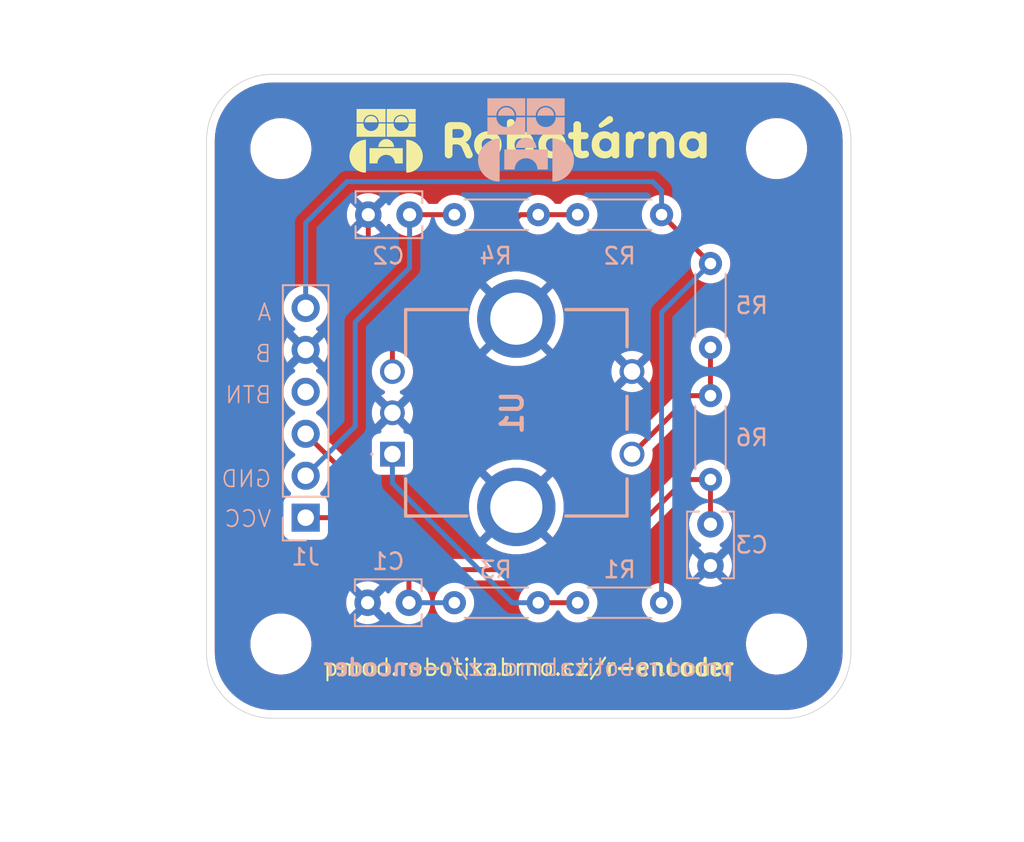
<source format=kicad_pcb>
(kicad_pcb (version 20241229) (generator "pcbnew") (generator_version "9.0")
  (layers (0 "F.Cu" signal) (2 "B.Cu" signal) (13 "F.Paste" user) (15 "B.Paste" user) (5 "F.SilkS" user "F.Silkscreen") (7 "B.SilkS" user "B.Silkscreen") (1 "F.Mask" user) (3 "B.Mask" user) (25 "Edge.Cuts" user))
  (net 0 "")
  (net 1 "Net-(U1-A_CHANNEL)")
  (net 2 "GND")
  (net 3 "Net-(U1-B_CHANNEL)")
  (net 4 "Net-(U1-COM)")
  (net 5 "B")
  (net 6 "BTN")
  (net 7 "VCC")
  (net 8 "A")
  (footprint "MountingHole:MountingHole_3.2mm_M3" (layer "F.Cu") (at 110.5 70.5)
    (property "Reference" "H2" (hide yes))
    (property "Value" "MountingHole")
  )
  (footprint "MountingHole:MountingHole_3.2mm_M3" (layer "F.Cu") (at 110.5 100.5)
    (property "Reference" "H4" (hide yes))
    (property "Value" "MountingHole")
  )
  (footprint "MountingHole:MountingHole_3.2mm_M3" (layer "F.Cu") (at 140.5 100.5)
    (property "Reference" "H3" (hide yes))
    (property "Value" "MountingHole")
  )
  (footprint "MountingHole:MountingHole_3.2mm_M3" (layer "F.Cu") (at 140.5 70.5)
    (property "Reference" "H1" (hide yes))
    (property "Value" "MountingHole")
  )
  (footprint "SamacSys_Parts:PEC11R4325FS0012" (layer "B.Cu") (at 117.25 89 90)
    (property "Reference" "U1")
    (property "Value" "PEC11R-4325F-S0012" (hide yes))
  )
  (footprint "Resistor_THT:R_Axial_DIN0204_L3.6mm_D1.6mm_P5.08mm_Horizontal" (layer "B.Cu") (at 136.5 82.54 90)
    (property "Reference" "R5")
    (property "Value" "10K")
  )
  (footprint "Connector_PinHeader_2.54mm:PinHeader_1x06_P2.54mm_Vertical" (layer "B.Cu") (at 112 92.85)
    (property "Reference" "J1")
    (property "Value" "Conn_01x06")
  )
  (footprint "Resistor_THT:R_Axial_DIN0204_L3.6mm_D1.6mm_P5.08mm_Horizontal" (layer "B.Cu") (at 133.54 74.5 180)
    (property "Reference" "R2")
    (property "Value" "10K")
  )
  (footprint "Capacitor_THT:C_Disc_D3.8mm_W2.6mm_P2.50mm" (layer "B.Cu") (at 136.5 93.25 -90)
    (property "Reference" "C3")
    (property "Value" "0.01uF")
  )
  (footprint "Capacitor_THT:C_Disc_D3.8mm_W2.6mm_P2.50mm" (layer "B.Cu") (at 115.79 74.5)
    (property "Reference" "C2")
    (property "Value" "0.01uF")
  )
  (footprint "Resistor_THT:R_Axial_DIN0204_L3.6mm_D1.6mm_P5.08mm_Horizontal" (layer "B.Cu") (at 136.5 85.46 -90)
    (property "Reference" "R6")
    (property "Value" "10K")
  )
  (footprint "Capacitor_THT:C_Disc_D3.8mm_W2.6mm_P2.50mm" (layer "B.Cu") (at 115.75 98)
    (property "Reference" "C1")
    (property "Value" "0.01uF")
  )
  (footprint "Resistor_THT:R_Axial_DIN0204_L3.6mm_D1.6mm_P5.08mm_Horizontal" (layer "B.Cu") (at 126.08 98 180)
    (property "Reference" "R3")
    (property "Value" "10K")
  )
  (footprint "Resistor_THT:R_Axial_DIN0204_L3.6mm_D1.6mm_P5.08mm_Horizontal" (layer "B.Cu") (at 121 74.5)
    (property "Reference" "R4")
    (property "Value" "10K")
  )
  (footprint "Resistor_THT:R_Axial_DIN0204_L3.6mm_D1.6mm_P5.08mm_Horizontal" (layer "B.Cu") (at 133.54 98 180)
    (property "Reference" "R1")
    (property "Value" "10K")
  )
  (gr_poly (pts (xy 130.119202 69.451041) (xy 130.149545 69.453087) (xy 130.179393 69.456497) (xy 130.208744 69.461272) (xy 130.237599 69.46741) (xy 130.265958 69.474912) (xy 130.293821 69.483779) (xy 130.321187 69.494009) (xy 130.348057 69.505604) (xy 130.37443 69.518562) (xy 130.400307 69.532885) (xy 130.425688 69.548572) (xy 130.450571 69.565622) (xy 130.474958 69.584037) (xy 130.498848 69.603816) (xy 130.522242 69.624959) (xy 130.525034 69.617107) (xy 130.528116 69.609419) (xy 130.531488 69.601897) (xy 130.535149 69.594539) (xy 130.539099 69.587347) (xy 130.543339 69.580319) (xy 130.547869 69.573457) (xy 130.552687 69.566759) (xy 130.557795 69.560227) (xy 130.563192 69.553859) (xy 130.568878 69.547657) (xy 130.574853 69.541619) (xy 130.581117 69.535747) (xy 130.58767 69.530039) (xy 130.594512 69.524497) (xy 130.601642 69.519119) (xy 130.609 69.513997) (xy 130.616522 69.509204) (xy 130.62421 69.504742) (xy 130.632063 69.50061) (xy 130.640081 69.496808) (xy 130.648264 69.493336) (xy 130.656613 69.490195) (xy 130.665127 69.487384) (xy 130.673807 69.484904) (xy 130.682652 69.482754) (xy 130.691663 69.480935) (xy 130.700839 69.479446) (xy 130.710181 69.478288) (xy 130.719689 69.477461) (xy 130.729362 69.476965) (xy 130.739202 69.476799) (xy 130.752277 69.477037) (xy 130.765041 69.47775) (xy 130.777496 69.478938) (xy 130.78964 69.480602) (xy 130.801474 69.482742) (xy 130.812998 69.485357) (xy 130.824213 69.488448) (xy 130.835117 69.492014) (xy 130.845711 69.496056) (xy 130.855996 69.500575) (xy 130.865971 69.505569) (xy 130.875636 69.511039) (xy 130.884992 69.516985) (xy 130.894038 69.523407) (xy 130.902775 69.530305) (xy 130.911202 69.537679) (xy 130.919209 69.545377) (xy 130.926699 69.553261) (xy 130.933672 69.56133) (xy 130.940129 69.569585) (xy 130.94607 69.578027) (xy 130.951494 69.586655) (xy 130.956401 69.595469) (xy 130.960792 69.604469) (xy 130.964666 69.613656) (xy 130.968024 69.62303) (xy 130.970865 69.632591) (xy 130.97319 69.642338) (xy 130.974998 69.652272) (xy 130.97629 69.662394) (xy 130.977064 69.672703) (xy 130.977323 69.683199) (xy 130.977323 70.884399) (xy 130.977064 70.895518) (xy 130.97629 70.906389) (xy 130.974998 70.917013) (xy 130.97319 70.927389) (xy 130.970865 70.937517) (xy 130.968024 70.947397) (xy 130.964666 70.95703) (xy 130.960792 70.966414) (xy 130.956401 70.975551) (xy 130.951494 70.98444) (xy 130.94607 70.99308) (xy 130.940129 71.001472) (xy 130.933672 71.009617) (xy 130.926699 71.017512) (xy 130.919209 71.02516) (xy 130.911202 71.032559) (xy 130.902775 71.039607) (xy 130.894038 71.0462) (xy 130.884992 71.052338) (xy 130.875636 71.058022) (xy 130.865971 71.063251) (xy 130.855996 71.068025) (xy 130.845711 71.072344) (xy 130.835117 71.076209) (xy 130.824213 71.079619) (xy 130.812998 71.082575) (xy 130.801474 71.085076) (xy 130.78964 71.087122) (xy 130.777496 71.088713) (xy 130.765041 71.08985) (xy 130.752277 71.090532) (xy 130.739202 71.090759) (xy 130.717893 71.09016) (xy 130.697618 71.088361) (xy 130.678376 71.085363) (xy 130.660167 71.081167) (xy 130.642991 71.075771) (xy 130.626848 71.069176) (xy 130.619164 71.065429) (xy 130.611739 71.061382) (xy 130.604571 71.057036) (xy 130.597662 71.052389) (xy 130.591011 71.047443) (xy 130.584619 71.042197) (xy 130.578484 71.036651) (xy 130.572608 71.030806) (xy 130.566991 71.024661) (xy 130.561631 71.018216) (xy 130.55653 71.011471) (xy 130.551687 71.004427) (xy 130.542776 70.989438) (xy 130.534898 70.973251) (xy 130.528053 70.955865) (xy 130.522242 70.937279) (xy 130.500767 70.955865) (xy 130.478672 70.973251) (xy 130.455957 70.989438) (xy 130.432623 71.004427) (xy 130.408668 71.018216) (xy 130.384093 71.030806) (xy 130.358898 71.042197) (xy 130.333082 71.052389) (xy 130.306645 71.061382) (xy 130.279588 71.069176) (xy 130.25191 71.075771) (xy 130.223611 71.081167) (xy 130.194691 71.085363) (xy 130.165149 71.088361) (xy 130.134987 71.09016) (xy 130.104203 71.090759) (xy 130.060412 71.089881) (xy 130.017675 71.087245) (xy 129.975992 71.082853) (xy 129.935363 71.076704) (xy 129.895787 71.068798) (xy 129.857266 71.059135) (xy 129.8198 71.047716) (xy 129.783387 71.034539) (xy 129.748028 71.019606) (xy 129.713724 71.002915) (xy 129.680474 70.984468) (xy 129.648279 70.964264) (xy 129.617138 70.942303) (xy 129.587051 70.918585) (xy 129.558019 70.893111) (xy 129.530042 70.865879) (xy 129.50345 70.837173) (xy 129.478573 70.807289) (xy 129.455412 70.776228) (xy 129.433967 70.743989) (xy 129.414237 70.710573) (xy 129.396223 70.675979) (xy 129.379925 70.640208) (xy 129.365342 70.603259) (xy 129.352475 70.565133) (xy 129.341323 70.525829) (xy 129.331887 70.485348) (xy 129.324167 70.443689) (xy 129.318162 70.400853) (xy 129.313873 70.356839) (xy 129.3113 70.311648) (xy 129.310442 70.265279) (xy 129.770801 70.265279) (xy 129.771204 70.286227) (xy 129.772414 70.306741) (xy 129.77443 70.326821) (xy 129.777252 70.346466) (xy 129.780881 70.365678) (xy 129.785316 70.384456) (xy 129.790558 70.402799) (xy 129.796607 70.420709) (xy 129.803462 70.438184) (xy 129.811124 70.455226) (xy 129.819593 70.471833) (xy 129.828869 70.488006) (xy 129.838952 70.503746) (xy 129.849841 70.519051) (xy 129.861538 70.533922) (xy 129.874042 70.548359) (xy 129.887179 70.562135) (xy 129.900791 70.575021) (xy 129.914877 70.58702) (xy 129.929438 70.598129) (xy 129.944475 70.60835) (xy 129.959987 70.617681) (xy 129.975974 70.626125) (xy 129.992437 70.633679) (xy 130.009375 70.640345) (xy 130.02679 70.646121) (xy 130.04468 70.65101) (xy 130.063047 70.655009) (xy 130.081891 70.65812) (xy 130.101211 70.660341) (xy 130.121008 70.661675) (xy 130.141282 70.662119) (xy 130.162178 70.661675) (xy 130.182537 70.660341) (xy 130.202359 70.65812) (xy 130.221644 70.655009) (xy 130.240391 70.65101) (xy 130.2586 70.646121) (xy 130.276273 70.640345) (xy 130.293407 70.633679) (xy 130.310004 70.626125) (xy 130.326063 70.617681) (xy 130.341585 70.60835) (xy 130.356568 70.598129) (xy 130.371014 70.58702) (xy 130.384921 70.575021) (xy 130.398291 70.562135) (xy 130.411123 70.548359) (xy 130.4233 70.533922) (xy 130.434691 70.519051) (xy 130.445297 70.503746) (xy 130.455117 70.488006) (xy 130.464152 70.471833) (xy 130.472401 70.455226) (xy 130.479864 70.438184) (xy 130.486542 70.420709) (xy 130.492434 70.402799) (xy 130.49754 70.384456) (xy 130.501861 70.365678) (xy 130.505396 70.346466) (xy 130.508146 70.326821) (xy 130.51011 70.306741) (xy 130.511288 70.286227) (xy 130.511681 70.265279) (xy 130.511288 70.243715) (xy 130.51011 70.22269) (xy 130.508146 70.202203) (xy 130.505396 70.182253) (xy 130.501861 70.162842) (xy 130.49754 70.143968) (xy 130.492434 70.125632) (xy 130.486542 70.107834) (xy 130.479864 70.090573) (xy 130.472401 70.07385) (xy 130.464152 70.057665) (xy 130.455117 70.042017) (xy 130.445297 70.026906) (xy 130.434691 70.012333) (xy 130.4233 69.998297) (xy 130.411123 69.984799) (xy 130.398291 69.971982) (xy 130.384921 69.959993) (xy 130.371014 69.94883) (xy 130.356568 69.938494) (xy 130.341585 69.928985) (xy 130.326063 69.920303) (xy 130.310004 69.912447) (xy 130.293407 69.905419) (xy 130.276273 69.899217) (xy 130.2586 69.893843) (xy 130.240391 69.889295) (xy 130.221644 69.885574) (xy 130.202359 69.88268) (xy 130.182537 69.880613) (xy 130.162178 69.879372) (xy 130.141282 69.878959) (xy 130.121008 69.879372) (xy 130.101211 69.880613) (xy 130.081891 69.88268) (xy 130.063047 69.885574) (xy 130.04468 69.889295) (xy 130.02679 69.893843) (xy 130.009375 69.899217) (xy 129.992437 69.905419) (xy 129.975974 69.912447) (xy 129.959987 69.920303) (xy 129.944475 69.928985) (xy 129.929438 69.938494) (xy 129.914877 69.94883) (xy 129.900791 69.959993) (xy 129.887179 69.971982) (xy 129.874042 69.984799) (xy 129.861538 69.998298) (xy 129.849841 70.012333) (xy 129.838952 70.026907) (xy 129.828869 70.042017) (xy 129.819593 70.057665) (xy 129.811124 70.07385) (xy 129.803462 70.090573) (xy 129.796607 70.107834) (xy 129.790558 70.125632) (xy 129.785316 70.143968) (xy 129.780881 70.162842) (xy 129.777252 70.182253) (xy 129.77443 70.202203) (xy 129.772414 70.22269) (xy 129.771204 70.243715) (xy 129.770801 70.265279) (xy 129.310442 70.265279) (xy 129.311279 70.218924) (xy 129.313791 70.173788) (xy 129.317977 70.129873) (xy 129.323837 70.087177) (xy 129.331372 70.0457) (xy 129.340581 70.005443) (xy 129.351464 69.966406) (xy 129.364022 69.928589) (xy 129.378254 69.891991) (xy 129.394161 69.856613) (xy 129.411742 69.822455) (xy 129.430997 69.789517) (xy 129.451927 69.757798) (xy 129.474531 69.727298) (xy 129.498809 69.698019) (xy 129.524762 69.669959) (xy 129.552073 69.643367) (xy 129.58044 69.61849) (xy 129.609864 69.595329) (xy 129.640343 69.573884) (xy 129.671877 69.554154) (xy 129.704467 69.53614) (xy 129.738113 69.519842) (xy 129.772813 69.505259) (xy 129.808567 69.492392) (xy 129.845377 69.48124) (xy 129.88324 69.471804) (xy 129.922158 69.464084) (xy 129.962129 69.458079) (xy 130.003153 69.45379) (xy 130.045231 69.451217) (xy 130.088363 69.450359)) (fill yes) (layer "F.SilkS"))
  (gr_poly (pts (xy 115.5 69) (xy 115.501772 69.023055) (xy 115.504691 69.045775) (xy 115.508727 69.068131) (xy 115.513852 69.090095) (xy 115.520037 69.111638) (xy 115.527252 69.132732) (xy 115.53547 69.153349) (xy 115.544661 69.173459) (xy 115.554796 69.193035) (xy 115.565847 69.212047) (xy 115.577785 69.230467) (xy 115.590581 69.248267) (xy 115.604206 69.265418) (xy 115.618631 69.281892) (xy 115.633828 69.297659) (xy 115.649767 69.312692) (xy 115.66642 69.326962) (xy 115.683758 69.34044) (xy 115.701753 69.353098) (xy 115.720374 69.364908) (xy 115.739594 69.37584) (xy 115.759383 69.385867) (xy 115.779714 69.394959) (xy 115.800556 69.403089) (xy 115.821881 69.410227) (xy 115.843661 69.416345) (xy 115.865865 69.421415) (xy 115.888467 69.425408) (xy 115.911436 69.428295) (xy 115.934745 69.430048) (xy 115.958363 69.430639) (xy 115.981981 69.430048) (xy 116.005289 69.428295) (xy 116.028258 69.425408) (xy 116.050859 69.421415) (xy 116.073063 69.416345) (xy 116.094841 69.410227) (xy 116.116165 69.403089) (xy 116.137006 69.394959) (xy 116.157335 69.385867) (xy 116.177123 69.37584) (xy 116.196341 69.364908) (xy 116.214961 69.353098) (xy 116.232953 69.34044) (xy 116.250289 69.326962) (xy 116.26694 69.312692) (xy 116.282878 69.297659) (xy 116.298073 69.281892) (xy 116.312496 69.265418) (xy 116.326119 69.248267) (xy 116.338913 69.230467) (xy 116.350849 69.212047) (xy 116.361899 69.193035) (xy 116.372033 69.173459) (xy 116.381222 69.153349) (xy 116.389439 69.132733) (xy 116.396653 69.111638) (xy 116.402836 69.090095) (xy 116.40796 69.068131) (xy 116.411996 69.045775) (xy 116.414914 69.023055) (xy 116.416686 69) (xy 116.417283 68.976639) (xy 116.834483 68.976639) (xy 116.834483 69.782679) (xy 115.082243 69.782679) (xy 115.082243 68.976639) (xy 115.499403 68.976639)) (fill yes) (layer "F.SilkS"))
  (gr_poly (pts (xy 128.444471 68.842037) (xy 128.456631 68.84275) (xy 128.468523 68.843938) (xy 128.480147 68.845602) (xy 128.491503 68.847742) (xy 128.502591 68.850357) (xy 128.51341 68.853448) (xy 128.523962 68.857014) (xy 128.534245 68.861056) (xy 128.54426 68.865575) (xy 128.554007 68.870569) (xy 128.563486 68.876039) (xy 128.572697 68.881985) (xy 128.58164 68.888407) (xy 128.590315 68.895305) (xy 128.598722 68.902679) (xy 128.606729 68.910419) (xy 128.61422 68.918427) (xy 128.621196 68.926705) (xy 128.627655 68.935251) (xy 128.633599 68.944066) (xy 128.639026 68.95315) (xy 128.643937 68.962503) (xy 128.648332 68.972124) (xy 128.65221 68.982014) (xy 128.655571 68.992172) (xy 128.658416 69.002599) (xy 128.660743 69.013295) (xy 128.662554 69.024258) (xy 128.663847 69.03549) (xy 128.664624 69.046991) (xy 128.664882 69.058759) (xy 128.664882 69.450359) (xy 128.664934 69.453615) (xy 128.665089 69.456767) (xy 128.665346 69.459817) (xy 128.665707 69.462762) (xy 128.666172 69.465605) (xy 128.666739 69.468344) (xy 128.66741 69.470979) (xy 128.668183 69.473512) (xy 128.669061 69.475941) (xy 128.670041 69.478266) (xy 128.671124 69.480488) (xy 128.672311 69.482607) (xy 128.673602 69.484623) (xy 128.674995 69.486535) (xy 128.676492 69.488344) (xy 128.678092 69.490049) (xy 128.679796 69.491651) (xy 128.681602 69.49315) (xy 128.683513 69.494545) (xy 128.685526 69.495837) (xy 128.687644 69.497026) (xy 128.689864 69.498111) (xy 128.692188 69.499093) (xy 128.694616 69.499972) (xy 128.697146 69.500747) (xy 128.699781 69.501419) (xy 128.702519 69.501987) (xy 128.70536 69.502452) (xy 128.708305 69.502814) (xy 128.711354 69.503072) (xy 128.714506 69.503228) (xy 128.717762 69.503279) (xy 128.913561 69.503279) (xy 128.92469 69.503527) (xy 128.935592 69.504271) (xy 128.946268 69.505511) (xy 128.956716 69.507247) (xy 128.966937 69.509478) (xy 128.976931 69.512206) (xy 128.986697 69.51543) (xy 128.996236 69.519149) (xy 129.005548 69.523365) (xy 129.014633 69.528076) (xy 129.02349 69.533283) (xy 129.03212 69.538987) (xy 129.040522 69.545186) (xy 129.048696 69.551881) (xy 129.056643 69.559072) (xy 129.064362 69.566759) (xy 129.071736 69.574798) (xy 129.078634 69.583043) (xy 129.085056 69.591496) (xy 129.091002 69.600157) (xy 129.096472 69.609024) (xy 129.101466 69.618098) (xy 129.105984 69.62738) (xy 129.110026 69.636869) (xy 129.113593 69.646565) (xy 129.116684 69.656468) (xy 129.119299 69.666579) (xy 129.121438 69.676897) (xy 129.123102 69.687421) (xy 129.124291 69.698154) (xy 129.125004 69.709093) (xy 129.125241 69.720239) (xy 129.125004 69.731358) (xy 129.124291 69.742229) (xy 129.123102 69.752853) (xy 129.121438 69.763229) (xy 129.119299 69.773357) (xy 129.116684 69.783237) (xy 129.113593 69.79287) (xy 129.110026 69.802254) (xy 129.105984 69.811391) (xy 129.101466 69.820279) (xy 129.096472 69.82892) (xy 129.091002 69.837312) (xy 129.085056 69.845456) (xy 129.078634 69.853352) (xy 129.071736 69.861) (xy 129.064362 69.868399) (xy 129.056622 69.875447) (xy 129.048614 69.88204) (xy 129.040336 69.888178) (xy 129.03179 69.893862) (xy 129.022974 69.899091) (xy 129.01389 69.903865) (xy 129.004538 69.908184) (xy 128.994916 69.912049) (xy 128.985026 69.915459) (xy 128.974868 69.918415) (xy 128.964441 69.920915) (xy 128.953746 69.922962) (xy 128.942782 69.924553) (xy 128.93155 69.92569) (xy 128.92005 69.926372) (xy 128.908281 69.926599) (xy 128.717762 69.926599) (xy 128.714506 69.926651) (xy 128.711354 69.926806) (xy 128.708305 69.927064) (xy 128.70536 69.927426) (xy 128.702519 69.927891) (xy 128.699781 69.928459) (xy 128.697146 69.929131) (xy 128.694616 69.929907) (xy 128.692188 69.930785) (xy 128.689864 69.931767) (xy 128.687644 69.932852) (xy 128.685526 69.934041) (xy 128.683513 69.935333) (xy 128.681602 69.936728) (xy 128.679796 69.938227) (xy 128.678092 69.939829) (xy 128.676492 69.941535) (xy 128.674995 69.943343) (xy 128.673602 69.945255) (xy 128.672311 69.947271) (xy 128.671124 69.94939) (xy 128.670041 69.951612) (xy 128.669061 69.953938) (xy 128.668183 69.956367) (xy 128.66741 69.958899) (xy 128.666739 69.961535) (xy 128.666172 69.964274) (xy 128.665707 69.967116) (xy 128.665346 69.970062) (xy 128.665089 69.973111) (xy 128.664934 69.976263) (xy 128.664882 69.979519) (xy 128.664882 70.476919) (xy 128.665016 70.488601) (xy 128.665419 70.499828) (xy 128.666089 70.510599) (xy 128.667028 70.520915) (xy 128.668235 70.530775) (xy 128.669711 70.54018) (xy 128.671455 70.54913) (xy 128.673467 70.557624) (xy 128.675748 70.565663) (xy 128.678298 70.573248) (xy 128.681117 70.580377) (xy 128.684204 70.587051) (xy 128.68756 70.59327) (xy 128.691185 70.599035) (xy 128.695079 70.604344) (xy 128.699242 70.609199) (xy 128.703619 70.613689) (xy 128.708139 70.617888) (xy 128.712803 70.621797) (xy 128.717611 70.625415) (xy 128.722562 70.628744) (xy 128.727658 70.631782) (xy 128.732898 70.63453) (xy 128.738282 70.636989) (xy 128.74381 70.639158) (xy 128.749483 70.641037) (xy 128.755301 70.642627) (xy 128.761263 70.643928) (xy 128.76737 70.644939) (xy 128.773622 70.645662) (xy 128.78002 70.646095) (xy 128.786562 70.646239) (xy 128.789375 70.646188) (xy 128.792519 70.646033) (xy 128.799799 70.645414) (xy 128.808402 70.644383) (xy 128.818328 70.642939) (xy 128.829575 70.641083) (xy 128.842143 70.638814) (xy 128.856033 70.636133) (xy 128.871242 70.633039) (xy 128.900011 70.627241) (xy 128.912166 70.624965) (xy 128.922832 70.623104) (xy 128.932011 70.621657) (xy 128.939699 70.620625) (xy 128.945897 70.620005) (xy 128.950603 70.619799) (xy 128.961082 70.620047) (xy 128.971355 70.620791) (xy 128.981422 70.622031) (xy 128.991282 70.623767) (xy 129.000936 70.626) (xy 129.010383 70.628728) (xy 129.019624 70.631953) (xy 129.028658 70.635674) (xy 129.037485 70.639892) (xy 129.046105 70.644606) (xy 129.054519 70.649816) (xy 129.062726 70.655523) (xy 129.070725 70.661727) (xy 129.078518 70.668428) (xy 129.086103 70.675625) (xy 129.093482 70.683319) (xy 129.10053 70.691358) (xy 129.107122 70.699603) (xy 129.113261 70.708056) (xy 129.118944 70.716716) (xy 129.124173 70.725583) (xy 129.128948 70.734656) (xy 129.133267 70.743937) (xy 129.137132 70.753424) (xy 129.140542 70.763118) (xy 129.143498 70.773019) (xy 129.145998 70.783126) (xy 129.148044 70.79344) (xy 129.149636 70.80396) (xy 129.150773 70.814687) (xy 129.151455 70.82562) (xy 129.151682 70.836759) (xy 129.151527 70.845313) (xy 129.151063 70.853786) (xy 129.150289 70.862177) (xy 129.149206 70.870485) (xy 129.147813 70.878712) (xy 129.146109 70.886857) (xy 129.144096 70.894919) (xy 129.141772 70.902899) (xy 129.139139 70.910797) (xy 129.136194 70.918611) (xy 129.13294 70.926344) (xy 129.129374 70.933993) (xy 129.125498 70.941559) (xy 129.121311 70.949042) (xy 129.116812 70.956442) (xy 129.112003 70.963759) (xy 129.106869 70.97091) (xy 129.101383 70.977814) (xy 129.095545 70.98447) (xy 129.089354 70.990879) (xy 129.082811 70.997039) (xy 129.075917 71.002952) (xy 129.068671 71.008617) (xy 129.061073 71.014034) (xy 129.053123 71.019203) (xy 129.044822 71.024124) (xy 129.03617 71.028797) (xy 129.027166 71.033222) (xy 129.017812 71.037399) (xy 129.008106 71.041327) (xy 128.99805 71.045007) (xy 128.987642 71.048439) (xy 128.970533 71.053556) (xy 128.953587 71.058345) (xy 128.936803 71.062807) (xy 128.920183 71.066939) (xy 128.903728 71.070741) (xy 128.887439 71.074213) (xy 128.871317 71.077352) (xy 128.855362 71.080159) (xy 128.839491 71.082647) (xy 128.823616 71.084802) (xy 128.807739 71.086624) (xy 128.791862 71.088114) (xy 128.775985 71.089272) (xy 128.760108 71.090099) (xy 128.744234 71.090594) (xy 128.728362 71.090759) (xy 128.700232 71.090242) (xy 128.672721 71.088691) (xy 128.645831 71.086106) (xy 128.619559 71.082488) (xy 128.593908 71.077836) (xy 128.568876 71.07215) (xy 128.544464 71.065431) (xy 128.520672 71.057679) (xy 128.4975 71.048894) (xy 128.474947 71.039075) (xy 128.453014 71.028224) (xy 128.4317 71.01634) (xy 128.411006 71.003424) (xy 128.390932 70.989474) (xy 128.371478 70.974493) (xy 128.352643 70.958479) (xy 128.334704 70.941383) (xy 128.317922 70.923171) (xy 128.302296 70.903842) (xy 128.287828 70.883397) (xy 128.274517 70.861836) (xy 128.262363 70.839158) (xy 128.251367 70.815364) (xy 128.241527 70.790454) (xy 128.232845 70.764428) (xy 128.225321 70.737286) (xy 128.218953 70.709028) (xy 128.213744 70.679653) (xy 128.209692 70.649164) (xy 128.206797 70.617558) (xy 128.205061 70.584836) (xy 128.204482 70.550999) (xy 128.204482 69.979519) (xy 128.20443 69.976263) (xy 128.204275 69.973111) (xy 128.204017 69.970062) (xy 128.203655 69.967116) (xy 128.20319 69.964274) (xy 128.202622 69.961535) (xy 128.20195 69.958899) (xy 128.201175 69.956367) (xy 128.200296 69.953938) (xy 128.199314 69.951612) (xy 128.198229 69.94939) (xy 128.19704 69.947271) (xy 128.195748 69.945255) (xy 128.194353 69.943343) (xy 128.192854 69.941535) (xy 128.191252 69.939829) (xy 128.189547 69.938227) (xy 128.187738 69.936728) (xy 128.185826 69.935333) (xy 128.183811 69.934041) (xy 128.181692 69.932852) (xy 128.17947 69.931767) (xy 128.177144 69.930785) (xy 128.174715 69.929907) (xy 128.172183 69.929131) (xy 128.169547 69.928459) (xy 128.166808 69.927891) (xy 128.163966 69.927426) (xy 128.16102 69.927064) (xy 128.157971 69.926806) (xy 128.154819 69.926651) (xy 128.151563 69.926599) (xy 128.072202 69.926599) (xy 128.060479 69.926372) (xy 128.049128 69.92569) (xy 128.038151 69.924553) (xy 128.027546 69.922962) (xy 128.017314 69.920915) (xy 128.007454 69.918415) (xy 127.997967 69.915459) (xy 127.988852 69.912049) (xy 127.980109 69.908184) (xy 127.971739 69.903865) (xy 127.96374 69.89909) (xy 127.956113 69.893862) (xy 127.948858 69.888178) (xy 127.941974 69.88204) (xy 127.935462 69.875447) (xy 127.929322 69.868399) (xy 127.923553 69.861) (xy 127.918156 69.853352) (xy 127.913132 69.845456) (xy 127.908479 69.837312) (xy 127.904199 69.82892) (xy 127.900291 69.820279) (xy 127.896756 69.811391) (xy 127.893592 69.802254) (xy 127.890801 69.79287) (xy 127.888382 69.783237) (xy 127.886335 69.773357) (xy 127.88466 69.763229) (xy 127.883357 69.752853) (xy 127.882427 69.742229) (xy 127.881868 69.731358) (xy 127.881682 69.720239) (xy 127.881868 69.708464) (xy 127.882427 69.696957) (xy 127.883357 69.68572) (xy 127.88466 69.674752) (xy 127.886335 69.664052) (xy 127.888382 69.653622) (xy 127.890801 69.643461) (xy 127.893592 69.633569) (xy 127.896756 69.623946) (xy 127.900291 69.614592) (xy 127.904199 69.605507) (xy 127.908479 69.596692) (xy 127.913132 69.588145) (xy 127.918156 69.579867) (xy 127.923553 69.571859) (xy 127.929322 69.564119) (xy 127.935462 69.556752) (xy 127.941974 69.54986) (xy 127.948858 69.543443) (xy 127.956113 69.537502) (xy 127.96374 69.532036) (xy 127.971739 69.527045) (xy 127.980109 69.522529) (xy 127.988852 69.518489) (xy 127.997967 69.514924) (xy 128.007454 69.511835) (xy 128.017314 69.509221) (xy 128.027546 69.507082) (xy 128.038151 69.505418) (xy 128.049128 69.50423) (xy 128.060479 69.503517) (xy 128.072202 69.503279) (xy 128.151563 69.503279) (xy 128.154819 69.503228) (xy 128.157971 69.503072) (xy 128.16102 69.502814) (xy 128.163966 69.502452) (xy 128.166808 69.501987) (xy 128.169547 69.501419) (xy 128.172183 69.500747) (xy 128.174715 69.499972) (xy 128.177144 69.499093) (xy 128.17947 69.498111) (xy 128.181692 69.497026) (xy 128.183811 69.495837) (xy 128.185826 69.494545) (xy 128.187738 69.49315) (xy 128.189547 69.491651) (xy 128.191252 69.490049) (xy 128.192854 69.488344) (xy 128.194353 69.486535) (xy 128.195748 69.484623) (xy 128.19704 69.482607) (xy 128.198229 69.480488) (xy 128.199314 69.478266) (xy 128.200296 69.475941) (xy 128.201175 69.473512) (xy 128.20195 69.470979) (xy 128.202622 69.468344) (xy 128.20319 69.465605) (xy 128.203655 69.462762) (xy 128.204017 69.459817) (xy 128.204275 69.456767) (xy 128.20443 69.453615) (xy 128.204482 69.450359) (xy 128.204482 69.058759) (xy 128.20473 69.04762) (xy 128.205474 69.036687) (xy 128.206714 69.02596) (xy 128.20845 69.01544) (xy 128.210682 69.005126) (xy 128.213411 68.995019) (xy 128.216636 68.985118) (xy 128.220357 68.975424) (xy 128.224575 68.965937) (xy 128.229289 68.956656) (xy 128.234499 68.947583) (xy 128.240206 68.938716) (xy 128.24641 68.930056) (xy 128.25311 68.921603) (xy 128.260307 68.913358) (xy 128.268001 68.905319) (xy 128.276081 68.897625) (xy 128.284451 68.890428) (xy 128.29311 68.883727) (xy 128.302059 68.877524) (xy 128.311298 68.871816) (xy 128.320826 68.866606) (xy 128.330644 68.861892) (xy 128.340752 68.857674) (xy 128.351149 68.853953) (xy 128.361836 68.850728) (xy 128.372813 68.848) (xy 128.384079 68.845767) (xy 128.395636 68.844031) (xy 128.407481 68.842791) (xy 128.419617 68.842047) (xy 128.432042 68.841799)) (fill yes) (layer "F.SilkS"))
  (gr_poly (pts (xy 115.653523 69.963239) (xy 115.650024 70.042803) (xy 115.648022 70.160028) (xy 115.647283 70.457789) (xy 115.650283 70.958879) (xy 115.650003 71.702599) (xy 115.649503 71.766274) (xy 115.648343 71.828809) (xy 115.647753 71.890879) (xy 115.648056 71.92195) (xy 115.648963 71.953159) (xy 115.646083 71.958439) (xy 115.625576 71.955634) (xy 115.606192 71.953608) (xy 115.587645 71.952161) (xy 115.569647 71.951091) (xy 115.53415 71.949276) (xy 115.516076 71.948127) (xy 115.497403 71.946549) (xy 115.477843 71.94434) (xy 115.457109 71.941298) (xy 115.434913 71.937223) (xy 115.410969 71.931911) (xy 115.384989 71.925163) (xy 115.356687 71.916776) (xy 115.325773 71.906548) (xy 115.291963 71.894279) (xy 115.254191 71.879143) (xy 115.217444 71.862679) (xy 115.181733 71.844929) (xy 115.14707 71.825938) (xy 115.113466 71.80575) (xy 115.080932 71.784408) (xy 115.049481 71.761957) (xy 115.019124 71.73844) (xy 114.989872 71.713901) (xy 114.961738 71.688385) (xy 114.934731 71.661934) (xy 114.908865 71.634594) (xy 114.884151 71.606407) (xy 114.8606 71.577418) (xy 114.838223 71.547671) (xy 114.817033 71.517209) (xy 114.797041 71.486076) (xy 114.778258 71.454317) (xy 114.760696 71.421976) (xy 114.744367 71.389095) (xy 114.729282 71.35572) (xy 114.715452 71.321893) (xy 114.70289 71.287659) (xy 114.691607 71.253063) (xy 114.681614 71.218146) (xy 114.672923 71.182955) (xy 114.665545 71.147531) (xy 114.659492 71.111921) (xy 114.654776 71.076166) (xy 114.651408 71.040312) (xy 114.6494 71.004401) (xy 114.648763 70.968479) (xy 114.649158 70.949016) (xy 114.650231 70.928103) (xy 114.651901 70.906107) (xy 114.654088 70.883399) (xy 114.656712 70.860345) (xy 114.659692 70.837315) (xy 114.662949 70.814677) (xy 114.666403 70.792799) (xy 114.673437 70.755177) (xy 114.682033 70.717986) (xy 114.692152 70.681262) (xy 114.703754 70.645042) (xy 114.716801 70.609361) (xy 114.731254 70.574254) (xy 114.764219 70.505908) (xy 114.802338 70.44029) (xy 114.845296 70.377686) (xy 114.892782 70.318382) (xy 114.944483 70.262664) (xy 115.000086 70.210818) (xy 115.059277 70.163131) (xy 115.121745 70.119889) (xy 115.187177 70.081377) (xy 115.255259 70.047882) (xy 115.325679 70.01969) (xy 115.361669 70.007672) (xy 115.398125 69.997087) (xy 115.435009 69.987971) (xy 115.472283 69.980359) (xy 115.647403 69.957519)) (fill yes) (layer "F.SilkS"))
  (gr_poly (pts (xy 132.227431 69.450607) (xy 132.244378 69.45135) (xy 132.261162 69.452589) (xy 132.277782 69.454324) (xy 132.294237 69.456556) (xy 132.310526 69.459286) (xy 132.326648 69.462513) (xy 132.342601 69.466239) (xy 132.35176 69.469035) (xy 132.360712 69.472141) (xy 132.369457 69.475559) (xy 132.377995 69.479288) (xy 132.386326 69.483327) (xy 132.39445 69.487677) (xy 132.402367 69.492338) (xy 132.410077 69.497309) (xy 132.417581 69.50259) (xy 132.424878 69.508182) (xy 132.431968 69.514084) (xy 132.438852 69.520295) (xy 132.445529 69.526817) (xy 132.452 69.533648) (xy 132.458264 69.540789) (xy 132.464322 69.548239) (xy 132.470084 69.555917) (xy 132.475475 69.56374) (xy 132.480494 69.571708) (xy 132.485142 69.579821) (xy 132.489418 69.588079) (xy 132.493323 69.596483) (xy 132.496856 69.605031) (xy 132.500017 69.613724) (xy 132.502807 69.622562) (xy 132.505225 69.631545) (xy 132.507271 69.640672) (xy 132.508945 69.649945) (xy 132.510248 69.659361) (xy 132.511178 69.668923) (xy 132.511736 69.678629) (xy 132.511922 69.688479) (xy 132.511643 69.702214) (xy 132.510806 69.715638) (xy 132.509412 69.728753) (xy 132.507459 69.741557) (xy 132.504948 69.754051) (xy 132.501879 69.766236) (xy 132.498252 69.77811) (xy 132.494067 69.789674) (xy 132.489323 69.800928) (xy 132.484021 69.811873) (xy 132.478161 69.822508) (xy 132.471742 69.832833) (xy 132.464765 69.842849) (xy 132.457229 69.852555) (xy 132.449135 69.861952) (xy 132.440482 69.871039) (xy 132.431464 69.879602) (xy 132.422259 69.887443) (xy 132.412868 69.894561) (xy 132.40329 69.900956) (xy 132.393525 69.906629) (xy 132.383574 69.911578) (xy 132.373436 69.915805) (xy 132.363112 69.919309) (xy 132.352601 69.92209) (xy 132.341904 69.924148) (xy 132.33102 69.925484) (xy 132.31995 69.926096) (xy 132.308693 69.925986) (xy 132.297249 69.925153) (xy 132.285619 69.923597) (xy 132.273803 69.921319) (xy 132.256611 69.917593) (xy 132.239416 69.914366) (xy 132.22222 69.911636) (xy 132.205022 69.909404) (xy 132.187825 69.907669) (xy 132.170628 69.90643) (xy 132.153433 69.905686) (xy 132.136242 69.905439) (xy 132.12119 69.905769) (xy 132.106469 69.906761) (xy 132.092078 69.908413) (xy 132.078019 69.910727) (xy 132.064291 69.913702) (xy 132.050894 69.917338) (xy 132.037828 69.921635) (xy 132.025093 69.926594) (xy 132.012688 69.932214) (xy 132.000615 69.938496) (xy 131.988872 69.945439) (xy 131.977461 69.953043) (xy 131.96638 69.96131) (xy 131.95563 69.970238) (xy 131.945211 69.979827) (xy 131.935123 69.990079) (xy 131.925455 70.001344) (xy 131.916283 70.013974) (xy 131.907605 70.027968) (xy 131.899423 70.043328) (xy 131.891736 70.060052) (xy 131.884545 70.07814) (xy 131.877848 70.097592) (xy 131.871647 70.118409) (xy 131.865942 70.14059) (xy 131.860732 70.164134) (xy 131.856018 70.189043) (xy 131.851799 70.215315) (xy 131.848076 70.242951) (xy 131.844849 70.27195) (xy 131.842118 70.302313) (xy 131.839882 70.334039) (xy 131.839882 70.863199) (xy 131.839624 70.874334) (xy 131.838849 70.885241) (xy 131.837558 70.89592) (xy 131.83575 70.906371) (xy 131.833426 70.916593) (xy 131.830585 70.926588) (xy 131.827227 70.936354) (xy 131.823353 70.945894) (xy 131.818962 70.955206) (xy 131.814055 70.964291) (xy 131.808631 70.973148) (xy 131.802691 70.981779) (xy 131.796234 70.990184) (xy 131.78926 70.998362) (xy 131.78177 71.006313) (xy 131.773763 71.014039) (xy 131.765377 71.021406) (xy 131.756765 71.028298) (xy 131.747925 71.034715) (xy 131.738859 71.040656) (xy 131.729566 71.046123) (xy 131.720045 71.051113) (xy 131.710298 71.055629) (xy 131.700324 71.059669) (xy 131.690123 71.063234) (xy 131.679695 71.066323) (xy 131.669041 71.068938) (xy 131.658159 71.071076) (xy 131.64705 71.07274) (xy 131.635715 71.073928) (xy 131.624152 71.074641) (xy 131.612363 71.074879) (xy 131.599917 71.074651) (xy 131.58772 71.073969) (xy 131.575771 71.072833) (xy 131.56407 71.071241) (xy 131.552618 71.069195) (xy 131.541413 71.066694) (xy 131.530457 71.063739) (xy 131.519748 71.060329) (xy 131.509288 71.056464) (xy 131.499075 71.052144) (xy 131.489111 71.04737) (xy 131.479394 71.042141) (xy 131.469925 71.036458) (xy 131.460704 71.030319) (xy 131.45173 71.023726) (xy 131.443004 71.016679) (xy 131.434678 71.009279) (xy 131.426888 71.001632) (xy 131.419636 70.993736) (xy 131.412921 70.985592) (xy 131.406744 70.977199) (xy 131.401103 70.968559) (xy 131.396 70.95967) (xy 131.391434 70.950534) (xy 131.387405 70.941149) (xy 131.383913 70.931517) (xy 131.380958 70.921636) (xy 131.378541 70.911508) (xy 131.376661 70.901132) (xy 131.375318 70.890509) (xy 131.374512 70.879638) (xy 131.374244 70.868519) (xy 131.374244 69.683199) (xy 131.374502 69.672703) (xy 131.375277 69.662394) (xy 131.376568 69.652272) (xy 131.378376 69.642338) (xy 131.380701 69.63259) (xy 131.383542 69.62303) (xy 131.386899 69.613656) (xy 131.390773 69.604469) (xy 131.395164 69.595469) (xy 131.400071 69.586654) (xy 131.405495 69.578027) (xy 131.411436 69.569585) (xy 131.417893 69.56133) (xy 131.424866 69.55326) (xy 131.432356 69.545377) (xy 131.440363 69.537679) (xy 131.44879 69.530305) (xy 131.457527 69.523406) (xy 131.466573 69.516984) (xy 131.475928 69.511038) (xy 131.485594 69.505568) (xy 131.495569 69.500574) (xy 131.505853 69.496056) (xy 131.516448 69.492014) (xy 131.527352 69.488447) (xy 131.538566 69.485357) (xy 131.550091 69.482742) (xy 131.561925 69.480602) (xy 131.574069 69.478938) (xy 131.586524 69.47775) (xy 131.599288 69.477037) (xy 131.612363 69.476799) (xy 131.624132 69.477016) (xy 131.635632 69.477667) (xy 131.646864 69.478752) (xy 131.657828 69.480271) (xy 131.668523 69.482225) (xy 131.67895 69.484612) (xy 131.689109 69.487433) (xy 131.698998 69.490689) (xy 131.70862 69.494378) (xy 131.717972 69.498502) (xy 131.727056 69.50306) (xy 131.735871 69.508051) (xy 131.744418 69.513477) (xy 131.752695 69.519337) (xy 131.760704 69.525631) (xy 131.768444 69.532359) (xy 131.775859 69.539397) (xy 131.782881 69.546622) (xy 131.789509 69.554033) (xy 131.795744 69.561631) (xy 131.801585 69.569415) (xy 131.807033 69.577385) (xy 131.812087 69.585541) (xy 131.816748 69.593884) (xy 131.821016 69.602413) (xy 131.82489 69.611127) (xy 131.828372 69.620028) (xy 131.83146 69.629115) (xy 131.834155 69.638387) (xy 131.836457 69.647845) (xy 131.838366 69.657489) (xy 131.839882 69.667319) (xy 131.847323 69.656173) (xy 131.855095 69.645235) (xy 131.863197 69.634505) (xy 131.871631 69.623982) (xy 131.880395 69.613667) (xy 131.88949 69.603559) (xy 131.898916 69.593658) (xy 131.908673 69.583964) (xy 131.918761 69.574477) (xy 131.92918 69.565196) (xy 131.93993 69.556122) (xy 131.95101 69.547253) (xy 131.962422 69.538591) (xy 131.974164 69.530135) (xy 131.986238 69.521884) (xy 131.998642 69.513839) (xy 132.011254 69.506152) (xy 132.023947 69.498961) (xy 132.036723 69.492266) (xy 132.049582 69.486067) (xy 132.062523 69.480363) (xy 132.075547 69.475156) (xy 132.088653 69.470445) (xy 132.101842 69.466229) (xy 132.115113 69.46251) (xy 132.128467 69.459286) (xy 132.141903 69.456558) (xy 132.155422 69.454327) (xy 132.169023 69.452591) (xy 132.182706 69.451351) (xy 132.196473 69.450607) (xy 132.210321 69.450359)) (fill yes) (layer "F.SilkS"))
  (gr_poly (pts (xy 117.798914 68.51903) (xy 117.818575 68.52053) (xy 117.83796 68.522997) (xy 117.857045 68.526405) (xy 117.875805 68.53073) (xy 117.894217 68.535948) (xy 117.912254 68.542035) (xy 117.929894 68.548966) (xy 117.947111 68.556717) (xy 117.963881 68.565264) (xy 117.980178 68.574582) (xy 117.99598 68.584647) (xy 118.011261 68.595435) (xy 118.025996 68.606922) (xy 118.040162 68.619083) (xy 118.053733 68.631894) (xy 118.066685 68.645331) (xy 118.078993 68.659369) (xy 118.090634 68.673984) (xy 118.101582 68.689151) (xy 118.111812 68.704848) (xy 118.121301 68.721048) (xy 118.130024 68.737729) (xy 118.137956 68.754865) (xy 118.145073 68.772432) (xy 118.15135 68.790406) (xy 118.156763 68.808763) (xy 118.161287 68.827479) (xy 118.164897 68.846528) (xy 118.16757 68.865888) (xy 118.16928 68.885533) (xy 118.170003 68.905439) (xy 117.396283 68.905239) (xy 117.396577 68.885333) (xy 117.397865 68.865689) (xy 117.400121 68.84633) (xy 117.403322 68.827282) (xy 117.407444 68.808569) (xy 117.412463 68.790214) (xy 117.418355 68.772243) (xy 117.425095 68.754679) (xy 117.43266 68.737547) (xy 117.441025 68.72087) (xy 117.450168 68.704674) (xy 117.460063 68.688983) (xy 117.470686 68.67382) (xy 117.482014 68.659211) (xy 117.494023 68.645179) (xy 117.506688 68.631749) (xy 117.519985 68.618945) (xy 117.533891 68.606791) (xy 117.548382 68.595312) (xy 117.563433 68.584531) (xy 117.57902 68.574474) (xy 117.595119 68.565164) (xy 117.611707 68.556626) (xy 117.628759 68.548884) (xy 117.646251 68.541962) (xy 117.664159 68.535885) (xy 117.682459 68.530677) (xy 117.701128 68.526362) (xy 117.720141 68.522964) (xy 117.739473 68.520508) (xy 117.759102 68.519018) (xy 117.779003 68.518519)) (fill yes) (layer "F.SilkS"))
  (gr_poly (pts (xy 118.657803 68.905759) (xy 118.240643 68.905759) (xy 118.240046 68.882398) (xy 118.238273 68.859343) (xy 118.235355 68.836623) (xy 118.231319 68.814267) (xy 118.226194 68.792303) (xy 118.22001 68.77076) (xy 118.212794 68.749665) (xy 118.204577 68.729049) (xy 118.195386 68.708939) (xy 118.185251 68.689363) (xy 118.1742 68.670351) (xy 118.162263 68.651931) (xy 118.149467 68.634131) (xy 118.135843 68.61698) (xy 118.121419 68.600506) (xy 118.106223 68.584739) (xy 118.090285 68.569706) (xy 118.073633 68.555436) (xy 118.056296 68.541958) (xy 118.038303 68.5293) (xy 118.019683 68.51749) (xy 118.000465 68.506558) (xy 117.980677 68.496531) (xy 117.960349 68.487439) (xy 117.939509 68.47931) (xy 117.918186 68.472171) (xy 117.896409 68.466053) (xy 117.874207 68.460983) (xy 117.851608 68.456991) (xy 117.828642 68.454103) (xy 117.805338 68.45235) (xy 117.781723 68.451759) (xy 117.758105 68.45235) (xy 117.734796 68.454103) (xy 117.711827 68.456991) (xy 117.689225 68.460983) (xy 117.66702 68.466053) (xy 117.645241 68.472171) (xy 117.623916 68.47931) (xy 117.603073 68.487439) (xy 117.582743 68.496531) (xy 117.562954 68.506558) (xy 117.543734 68.51749) (xy 117.525112 68.5293) (xy 117.507118 68.541958) (xy 117.48978 68.555436) (xy 117.473127 68.569706) (xy 117.457188 68.584739) (xy 117.441991 68.600506) (xy 117.427566 68.61698) (xy 117.413941 68.634131) (xy 117.401145 68.651931) (xy 117.389207 68.670351) (xy 117.378156 68.689363) (xy 117.368021 68.708939) (xy 117.35883 68.729049) (xy 117.350612 68.749665) (xy 117.343397 68.77076) (xy 117.337212 68.792303) (xy 117.332087 68.814267) (xy 117.328051 68.836623) (xy 117.325132 68.859343) (xy 117.32336 68.882398) (xy 117.322763 68.905759) (xy 116.905603 68.905759) (xy 116.905603 68.099719) (xy 118.657803 68.099719)) (fill yes) (layer "F.SilkS"))
  (gr_poly (pts (xy 135.410885 69.451041) (xy 135.441228 69.453087) (xy 135.471076 69.456497) (xy 135.500427 69.461271) (xy 135.529282 69.467409) (xy 135.557641 69.474912) (xy 135.585503 69.483778) (xy 135.61287 69.494009) (xy 135.63974 69.505603) (xy 135.666113 69.518562) (xy 135.69199 69.532884) (xy 135.71737 69.548571) (xy 135.742254 69.565622) (xy 135.766641 69.584037) (xy 135.790532 69.603816) (xy 135.813926 69.624959) (xy 135.816718 69.617106) (xy 135.8198 69.609419) (xy 135.823171 69.601896) (xy 135.826832 69.594539) (xy 135.830782 69.587346) (xy 135.835022 69.580319) (xy 135.839551 69.573456) (xy 135.84437 69.566759) (xy 135.849478 69.560226) (xy 135.854875 69.553859) (xy 135.860561 69.547656) (xy 135.866536 69.541619) (xy 135.8728 69.535746) (xy 135.879353 69.530039) (xy 135.886195 69.524496) (xy 135.893326 69.519119) (xy 135.900684 69.513996) (xy 135.908206 69.509204) (xy 135.915894 69.504741) (xy 135.923747 69.500609) (xy 135.931765 69.496807) (xy 135.939949 69.493336) (xy 135.948297 69.490195) (xy 135.956812 69.487384) (xy 135.965491 69.484903) (xy 135.974336 69.482753) (xy 135.983347 69.480934) (xy 135.992524 69.479446) (xy 136.001866 69.478288) (xy 136.011374 69.477461) (xy 136.021048 69.476964) (xy 136.030887 69.476799) (xy 136.043962 69.477036) (xy 136.056727 69.477749) (xy 136.069181 69.478938) (xy 136.081325 69.480602) (xy 136.09316 69.482741) (xy 136.104684 69.485356) (xy 136.115898 69.488447) (xy 136.126802 69.492014) (xy 136.137397 69.496056) (xy 136.147681 69.500574) (xy 136.157656 69.505568) (xy 136.167321 69.511038) (xy 136.176677 69.516984) (xy 136.185723 69.523406) (xy 136.194459 69.530304) (xy 136.202886 69.537679) (xy 136.210893 69.545377) (xy 136.218383 69.55326) (xy 136.225357 69.56133) (xy 136.231814 69.569585) (xy 136.237754 69.578026) (xy 136.243178 69.586654) (xy 136.248085 69.595468) (xy 136.252476 69.604469) (xy 136.25635 69.613656) (xy 136.259708 69.623029) (xy 136.262549 69.63259) (xy 136.264873 69.642337) (xy 136.266681 69.652272) (xy 136.267972 69.662394) (xy 136.268747 69.672702) (xy 136.269005 69.683199) (xy 136.269005 70.884399) (xy 136.268747 70.895517) (xy 136.267972 70.906389) (xy 136.266681 70.917012) (xy 136.264873 70.927388) (xy 136.262549 70.937516) (xy 136.259708 70.947397) (xy 136.25635 70.957029) (xy 136.252476 70.966414) (xy 136.248085 70.97555) (xy 136.243178 70.984439) (xy 136.237754 70.99308) (xy 136.231814 71.001472) (xy 136.225357 71.009616) (xy 136.218383 71.017512) (xy 136.210893 71.02516) (xy 136.202886 71.032559) (xy 136.194459 71.039606) (xy 136.185723 71.046199) (xy 136.176677 71.052338) (xy 136.167321 71.058021) (xy 136.157656 71.06325) (xy 136.147681 71.068024) (xy 136.137397 71.072344) (xy 136.126802 71.076209) (xy 136.115898 71.079619) (xy 136.104684 71.082574) (xy 136.09316 71.085075) (xy 136.081325 71.087121) (xy 136.069181 71.088713) (xy 136.056727 71.089849) (xy 136.043962 71.090531) (xy 136.030887 71.090759) (xy 136.009579 71.090159) (xy 135.989303 71.08836) (xy 135.970061 71.085363) (xy 135.951851 71.081166) (xy 135.934675 71.07577) (xy 135.918532 71.069176) (xy 135.910848 71.065428) (xy 135.903423 71.061382) (xy 135.896255 71.057035) (xy 135.889346 71.052389) (xy 135.882695 71.047443) (xy 135.876303 71.042197) (xy 135.870168 71.036651) (xy 135.864292 71.030806) (xy 135.858675 71.02466) (xy 135.853315 71.018215) (xy 135.848214 71.011471) (xy 135.843371 71.004426) (xy 135.83446 70.989438) (xy 135.826582 70.973251) (xy 135.819737 70.955864) (xy 135.813926 70.937279) (xy 135.79245 70.955864) (xy 135.770356 70.973251) (xy 135.747641 70.989438) (xy 135.724306 71.004426) (xy 135.700352 71.018215) (xy 135.675777 71.030806) (xy 135.650581 71.042197) (xy 135.624766 71.052389) (xy 135.598329 71.061382) (xy 135.571272 71.069176) (xy 135.543594 71.07577) (xy 135.515295 71.081166) (xy 135.486375 71.085363) (xy 135.456834 71.08836) (xy 135.426671 71.090159) (xy 135.395887 71.090759) (xy 135.395882 71.090759) (xy 135.352092 71.08988) (xy 135.309357 71.087245) (xy 135.267676 71.082853) (xy 135.227049 71.076704) (xy 135.187477 71.068798) (xy 135.14896 71.059135) (xy 135.111497 71.047715) (xy 135.075088 71.034539) (xy 135.039733 71.019605) (xy 135.005432 71.002915) (xy 134.972186 70.984468) (xy 134.939993 70.964264) (xy 134.908855 70.942303) (xy 134.878771 70.918585) (xy 134.84974 70.89311) (xy 134.821764 70.865879) (xy 134.795172 70.837173) (xy 134.770295 70.807289) (xy 134.747134 70.776228) (xy 134.725689 70.743989) (xy 134.705959 70.710573) (xy 134.687945 70.675979) (xy 134.671647 70.640208) (xy 134.657064 70.603259) (xy 134.644197 70.565133) (xy 134.633045 70.525829) (xy 134.623609 70.485348) (xy 134.615889 70.443689) (xy 134.609884 70.400853) (xy 134.605595 70.356839) (xy 134.603022 70.311647) (xy 134.602164 70.265279) (xy 134.602164 70.265278) (xy 135.062523 70.265278) (xy 135.062926 70.286226) (xy 135.064136 70.30674) (xy 135.066151 70.32682) (xy 135.068973 70.346466) (xy 135.072602 70.365678) (xy 135.077036 70.384455) (xy 135.082277 70.402799) (xy 135.088324 70.420708) (xy 135.095177 70.438184) (xy 135.102836 70.455225) (xy 135.111302 70.471833) (xy 135.120574 70.488006) (xy 135.130652 70.503745) (xy 135.141536 70.51905) (xy 135.153226 70.533921) (xy 135.165723 70.548358) (xy 135.17886 70.562134) (xy 135.192472 70.575021) (xy 135.206559 70.587019) (xy 135.22112 70.598129) (xy 135.236157 70.608349) (xy 135.251668 70.617681) (xy 135.267655 70.626124) (xy 135.284118 70.633678) (xy 135.301057 70.640344) (xy 135.318471 70.646121) (xy 135.336362 70.651009) (xy 135.354728 70.655008) (xy 135.373572 70.658119) (xy 135.392892 70.660341) (xy 135.412689 70.661674) (xy 135.432962 70.662118) (xy 135.453859 70.661674) (xy 135.474218 70.660341) (xy 135.49404 70.658119) (xy 135.513325 70.655008) (xy 135.532072 70.651009) (xy 135.550281 70.646121) (xy 135.567953 70.640344) (xy 135.585088 70.633678) (xy 135.601684 70.626124) (xy 135.617743 70.617681) (xy 135.633265 70.608349) (xy 135.648248 70.598129) (xy 135.662693 70.587019) (xy 135.676601 70.575021) (xy 135.68997 70.562134) (xy 135.702802 70.548358) (xy 135.714979 70.533921) (xy 135.726371 70.51905) (xy 135.736977 70.503745) (xy 135.746797 70.488006) (xy 135.755832 70.471833) (xy 135.764081 70.455225) (xy 135.771544 70.438184) (xy 135.778222 70.420708) (xy 135.784115 70.402799) (xy 135.789222 70.384455) (xy 135.793543 70.365678) (xy 135.797078 70.346466) (xy 135.799828 70.32682) (xy 135.801792 70.30674) (xy 135.802971 70.286226) (xy 135.803363 70.265278) (xy 135.802971 70.243715) (xy 135.801792 70.22269) (xy 135.799828 70.202202) (xy 135.797078 70.182253) (xy 135.793543 70.162841) (xy 135.789222 70.143968) (xy 135.784115 70.125632) (xy 135.778223 70.107833) (xy 135.771545 70.090573) (xy 135.764082 70.07385) (xy 135.755832 70.057665) (xy 135.746798 70.042017) (xy 135.736977 70.026906) (xy 135.726371 70.012333) (xy 135.714979 69.998297) (xy 135.702802 69.984799) (xy 135.68997 69.971982) (xy 135.676601 69.959992) (xy 135.662693 69.948829) (xy 135.648247 69.938493) (xy 135.633264 69.928984) (xy 135.617743 69.920302) (xy 135.601683 69.912447) (xy 135.585087 69.905418) (xy 135.567952 69.899217) (xy 135.55028 69.893842) (xy 135.532071 69.889294) (xy 135.513324 69.885573) (xy 135.494039 69.882679) (xy 135.474217 69.880612) (xy 135.453859 69.879372) (xy 135.432962 69.878958) (xy 135.412689 69.879372) (xy 135.392892 69.880612) (xy 135.373572 69.882679) (xy 135.354728 69.885573) (xy 135.336362 69.889294) (xy 135.318471 69.893842) (xy 135.301057 69.899217) (xy 135.284118 69.905418) (xy 135.267655 69.912447) (xy 135.251668 69.920302) (xy 135.236157 69.928984) (xy 135.22112 69.938493) (xy 135.206559 69.948829) (xy 135.192472 69.959992) (xy 135.17886 69.971982) (xy 135.165723 69.984799) (xy 135.153226 69.998297) (xy 135.141535 70.012333) (xy 135.13065 70.026906) (xy 135.120572 70.042017) (xy 135.1113 70.057665) (xy 135.102835 70.07385) (xy 135.095175 70.090573) (xy 135.088322 70.107834) (xy 135.082276 70.125632) (xy 135.077035 70.143968) (xy 135.072601 70.162841) (xy 135.068973 70.182253) (xy 135.066151 70.202202) (xy 135.064136 70.22269) (xy 135.062926 70.243715) (xy 135.062523 70.265278) (xy 134.602164 70.265278) (xy 134.603001 70.218924) (xy 134.605513 70.173788) (xy 134.609699 70.129872) (xy 134.615559 70.087176) (xy 134.623094 70.0457) (xy 134.632302 70.005443) (xy 134.643186 69.966406) (xy 134.655744 69.928589) (xy 134.669976 69.891991) (xy 134.685882 69.856613) (xy 134.703463 69.822455) (xy 134.722719 69.789516) (xy 134.743648 69.757797) (xy 134.766253 69.727298) (xy 134.790531 69.698018) (xy 134.816484 69.669959) (xy 134.843795 69.643366) (xy 134.87216 69.61849) (xy 134.901581 69.595329) (xy 134.932058 69.573884) (xy 134.96359 69.554154) (xy 134.996176 69.53614) (xy 135.029818 69.519841) (xy 135.064514 69.505259) (xy 135.100266 69.492391) (xy 135.137071 69.48124) (xy 135.174931 69.471804) (xy 135.213846 69.464084) (xy 135.253815 69.458079) (xy 135.294838 69.45379) (xy 135.336914 69.451216) (xy 135.380045 69.450359)) (fill yes) (layer "F.SilkS"))
  (gr_poly (pts (xy 118.091923 69.957519) (xy 118.091922 69.957519) (xy 118.091923 69.957519)) (fill yes) (layer "F.SilkS"))
  (gr_poly (pts (xy 115.975554 68.51903) (xy 115.995215 68.52053) (xy 116.014601 68.522997) (xy 116.033687 68.526405) (xy 116.052448 68.53073) (xy 116.07086 68.535948) (xy 116.088899 68.542035) (xy 116.10654 68.548966) (xy 116.123758 68.556717) (xy 116.140529 68.565264) (xy 116.156828 68.574582) (xy 116.172631 68.584647) (xy 116.187913 68.595435) (xy 116.202649 68.606922) (xy 116.216816 68.619083) (xy 116.230388 68.631894) (xy 116.243341 68.645331) (xy 116.25565 68.659369) (xy 116.267291 68.673984) (xy 116.278239 68.689151) (xy 116.28847 68.704848) (xy 116.297959 68.721048) (xy 116.306682 68.737729) (xy 116.314614 68.754865) (xy 116.32173 68.772432) (xy 116.328005 68.790406) (xy 116.333417 68.808763) (xy 116.337939 68.827479) (xy 116.341547 68.846528) (xy 116.344217 68.865888) (xy 116.345923 68.885533) (xy 116.346643 68.905439) (xy 115.572923 68.905239) (xy 115.573217 68.885333) (xy 115.574505 68.865689) (xy 115.576761 68.84633) (xy 115.579962 68.827282) (xy 115.584084 68.808569) (xy 115.589103 68.790214) (xy 115.594995 68.772243) (xy 115.601735 68.754679) (xy 115.6093 68.737547) (xy 115.617666 68.72087) (xy 115.626808 68.704674) (xy 115.636703 68.688983) (xy 115.647326 68.67382) (xy 115.658654 68.659211) (xy 115.670663 68.645179) (xy 115.683328 68.631749) (xy 115.696626 68.618945) (xy 115.710531 68.606791) (xy 115.725022 68.595312) (xy 115.740073 68.584531) (xy 115.75566 68.574474) (xy 115.771759 68.565164) (xy 115.788347 68.556626) (xy 115.805399 68.548884) (xy 115.822891 68.541962) (xy 115.840799 68.535885) (xy 115.859099 68.530677) (xy 115.877768 68.526362) (xy 115.896781 68.522964) (xy 115.916113 68.520508) (xy 115.935742 68.519018) (xy 115.955643 68.518519)) (fill yes) (layer "F.SilkS"))
  (gr_poly (pts (xy 116.895544 69.924125) (xy 116.912595 69.925183) (xy 116.929616 69.926886) (xy 116.946586 69.92923) (xy 116.963484 69.932208) (xy 116.980289 69.935815) (xy 116.99698 69.940045) (xy 117.013536 69.944892) (xy 117.029938 69.950352) (xy 117.046163 69.956418) (xy 117.062191 69.963085) (xy 117.078001 69.970347) (xy 117.093573 69.978198) (xy 117.108885 69.986634) (xy 117.123917 69.995648) (xy 117.138648 70.005234) (xy 117.153057 70.015388) (xy 117.167123 70.026103) (xy 117.180826 70.037373) (xy 117.194144 70.049194) (xy 117.207057 70.06156) (xy 117.219545 70.074465) (xy 117.231585 70.087903) (xy 117.243157 70.101868) (xy 117.254241 70.116356) (xy 117.264816 70.131361) (xy 117.274861 70.146876) (xy 117.284354 70.162896) (xy 117.293276 70.179417) (xy 117.301606 70.196431) (xy 117.309321 70.213934) (xy 117.316403 70.231919) (xy 117.322131 70.248012) (xy 117.326897 70.262724) (xy 117.330796 70.276191) (xy 117.333924 70.28855) (xy 117.336375 70.299939) (xy 117.338244 70.310493) (xy 117.339627 70.320351) (xy 117.340618 70.329649) (xy 117.341312 70.338524) (xy 117.341805 70.347114) (xy 117.342565 70.363983) (xy 117.343022 70.372537) (xy 117.343658 70.381353) (xy 117.344566 70.390568) (xy 117.345843 70.400319) (xy 117.343323 70.401639) (xy 117.328502 70.401119) (xy 117.313744 70.400888) (xy 117.284258 70.400999) (xy 117.254555 70.40138) (xy 117.224323 70.401439) (xy 116.871043 70.399399) (xy 116.633033 70.396534) (xy 116.491592 70.39603) (xy 116.435898 70.396644) (xy 116.398083 70.398079) (xy 116.395403 70.395159) (xy 116.406763 70.312039) (xy 116.410486 70.294356) (xy 116.414922 70.276862) (xy 116.420055 70.259576) (xy 116.425867 70.242516) (xy 116.439461 70.209148) (xy 116.455568 70.176905) (xy 116.474051 70.145936) (xy 116.494772 70.116389) (xy 116.517595 70.088411) (xy 116.542383 70.062149) (xy 116.568999 70.037752) (xy 116.597307 70.015368) (xy 116.627169 69.995144) (xy 116.658448 69.977228) (xy 116.691008 69.961768) (xy 116.707726 69.955005) (xy 116.724712 69.948911) (xy 116.74195 69.943505) (xy 116.759423 69.938805) (xy 116.777113 69.934831) (xy 116.795003 69.931599) (xy 116.805399 69.930015) (xy 116.816158 69.928529) (xy 116.827105 69.927176) (xy 116.838063 69.925994) (xy 116.848856 69.925021) (xy 116.859308 69.924292) (xy 116.869243 69.923846) (xy 116.878483 69.923719)) (fill yes) (layer "F.SilkS"))
  (gr_poly (pts (xy 118.267043 69.980359) (xy 118.30432 69.987971) (xy 118.341207 69.997087) (xy 118.377666 70.007672) (xy 118.413658 70.01969) (xy 118.484081 70.047882) (xy 118.552166 70.081377) (xy 118.617598 70.119889) (xy 118.680066 70.163131) (xy 118.739257 70.210818) (xy 118.794857 70.262664) (xy 118.846556 70.318382) (xy 118.89404 70.377686) (xy 118.936996 70.44029) (xy 118.975112 70.505908) (xy 119.008075 70.574254) (xy 119.022527 70.609361) (xy 119.035573 70.645042) (xy 119.047175 70.681262) (xy 119.057293 70.717986) (xy 119.065889 70.755177) (xy 119.072923 70.792799) (xy 119.076376 70.814677) (xy 119.079633 70.837315) (xy 119.082614 70.860345) (xy 119.085238 70.883399) (xy 119.087425 70.906107) (xy 119.089095 70.928103) (xy 119.090167 70.949016) (xy 119.090563 70.968479) (xy 119.089929 71.004401) (xy 119.087925 71.040312) (xy 119.08456 71.076166) (xy 119.079847 71.111921) (xy 119.073797 71.147531) (xy 119.066422 71.182955) (xy 119.057733 71.218146) (xy 119.047742 71.253063) (xy 119.036461 71.287659) (xy 119.0239 71.321893) (xy 119.010073 71.35572) (xy 118.994989 71.389095) (xy 118.978661 71.421976) (xy 118.961101 71.454317) (xy 118.942319 71.486076) (xy 118.922328 71.517209) (xy 118.901139 71.547671) (xy 118.878763 71.577418) (xy 118.855212 71.606407) (xy 118.830498 71.634594) (xy 118.804633 71.661934) (xy 118.777627 71.688385) (xy 118.749492 71.713901) (xy 118.720241 71.73844) (xy 118.689884 71.761957) (xy 118.658433 71.784408) (xy 118.6259 71.80575) (xy 118.592296 71.825938) (xy 118.557632 71.844929) (xy 118.521921 71.862679) (xy 118.485174 71.879143) (xy 118.447403 71.894279) (xy 118.413585 71.906548) (xy 118.382666 71.916776) (xy 118.354358 71.925163) (xy 118.328373 71.931911) (xy 118.304425 71.937223) (xy 118.282227 71.941298) (xy 118.26149 71.94434) (xy 118.241928 71.946549) (xy 118.223253 71.948127) (xy 118.205178 71.949276) (xy 118.16968 71.951091) (xy 118.151681 71.952161) (xy 118.133134 71.953608) (xy 118.11375 71.955634) (xy 118.093243 71.958439) (xy 118.090363 71.953159) (xy 118.09127 71.92195) (xy 118.091573 71.890879) (xy 118.090983 71.828809) (xy 118.089823 71.766274) (xy 118.089323 71.702599) (xy 118.089083 70.958879) (xy 118.092048 70.457789) (xy 118.091305 70.160028) (xy 118.089302 70.042803) (xy 118.085803 69.963239) (xy 118.091923 69.957519)) (fill yes) (layer "F.SilkS"))
  (gr_poly (pts (xy 123.058208 69.450762) (xy 123.086782 69.451971) (xy 123.115006 69.453987) (xy 123.142878 69.456808) (xy 123.1704 69.460436) (xy 123.19757 69.464869) (xy 123.22439 69.470109) (xy 123.250859 69.476154) (xy 123.276976 69.483005) (xy 123.302742 69.490662) (xy 123.328158 69.499124) (xy 123.353221 69.508392) (xy 123.377934 69.518466) (xy 123.402295 69.529345) (xy 123.426305 69.541029) (xy 123.449963 69.553519) (xy 123.473146 69.566729) (xy 123.495728 69.580558) (xy 123.517711 69.595008) (xy 123.539094 69.610077) (xy 123.559877 69.625766) (xy 123.58006 69.642075) (xy 123.599644 69.659005) (xy 123.618628 69.676554) (xy 123.637013 69.694723) (xy 123.654798 69.713513) (xy 123.671983 69.732923) (xy 123.68857 69.752953) (xy 123.704557 69.773604) (xy 123.719945 69.794875) (xy 123.734733 69.816767) (xy 123.748923 69.839279) (xy 123.762379 69.862339) (xy 123.774967 69.885874) (xy 123.786687 69.909885) (xy 123.797538 69.934371) (xy 123.807521 69.959333) (xy 123.816637 69.984769) (xy 123.824884 70.010681) (xy 123.832263 70.037069) (xy 123.838774 70.063931) (xy 123.844417 70.091269) (xy 123.849191 70.119083) (xy 123.853098 70.147371) (xy 123.856136 70.176135) (xy 123.858307 70.205374) (xy 123.859609 70.235089) (xy 123.860043 70.265279) (xy 123.859609 70.294843) (xy 123.858307 70.324015) (xy 123.856136 70.352795) (xy 123.853098 70.381183) (xy 123.849191 70.409179) (xy 123.844417 70.436783) (xy 123.838774 70.463995) (xy 123.832263 70.490814) (xy 123.824884 70.517241) (xy 123.816637 70.543275) (xy 123.807521 70.568917) (xy 123.797538 70.594167) (xy 123.786687 70.619024) (xy 123.774967 70.643488) (xy 123.762379 70.66756) (xy 123.748923 70.691239) (xy 123.734733 70.714401) (xy 123.719945 70.736921) (xy 123.704557 70.758801) (xy 123.68857 70.780039) (xy 123.671983 70.800637) (xy 123.654798 70.820593) (xy 123.637013 70.839909) (xy 123.618628 70.858584) (xy 123.599644 70.876618) (xy 123.58006 70.894011) (xy 123.559877 70.910764) (xy 123.539094 70.926876) (xy 123.517711 70.942347) (xy 123.495728 70.957178) (xy 123.473146 70.971369) (xy 123.449963 70.984919) (xy 123.426305 70.997735) (xy 123.402295 71.009725) (xy 123.377934 71.020888) (xy 123.353221 71.031224) (xy 123.328157 71.040733) (xy 123.302742 71.049415) (xy 123.276975 71.05727) (xy 123.250858 71.064299) (xy 123.224389 71.0705) (xy 123.197569 71.075875) (xy 123.170399 71.080423) (xy 123.142877 71.084144) (xy 123.115005 71.087038) (xy 123.086782 71.089105) (xy 123.058208 71.090345) (xy 123.029284 71.090759) (xy 123.000981 71.090345) (xy 122.97297 71.089105) (xy 122.945248 71.087038) (xy 122.917817 71.084144) (xy 122.890677 71.080423) (xy 122.863826 71.075875) (xy 122.837265 71.0705) (xy 122.810994 71.064299) (xy 122.785012 71.05727) (xy 122.75932 71.049415) (xy 122.733918 71.040733) (xy 122.708805 71.031224) (xy 122.683981 71.020888) (xy 122.659446 71.009725) (xy 122.6352 70.997735) (xy 122.611243 70.984919) (xy 122.58773 70.971369) (xy 122.564816 70.957178) (xy 122.542502 70.942347) (xy 122.520786 70.926876) (xy 122.49967 70.910764) (xy 122.479153 70.894011) (xy 122.459236 70.876618) (xy 122.439918 70.858584) (xy 122.4212 70.839909) (xy 122.403081 70.820593) (xy 122.385562 70.800637) (xy 122.368643 70.780039) (xy 122.352323 70.758801) (xy 122.336603 70.736921) (xy 122.321484 70.714401) (xy 122.306964 70.691239) (xy 122.293188 70.66756) (xy 122.280301 70.643488) (xy 122.268303 70.619024) (xy 122.257194 70.594167) (xy 122.246973 70.568917) (xy 122.237641 70.543275) (xy 122.229198 70.517241) (xy 122.221644 70.490814) (xy 122.214978 70.463995) (xy 122.209201 70.436783) (xy 122.204313 70.409179) (xy 122.200313 70.381183) (xy 122.197203 70.352795) (xy 122.194981 70.324015) (xy 122.193648 70.294843) (xy 122.193203 70.265279) (xy 122.653563 70.265279) (xy 122.653987 70.286227) (xy 122.655258 70.306741) (xy 122.657377 70.326821) (xy 122.660343 70.346466) (xy 122.664157 70.365678) (xy 122.668818 70.384456) (xy 122.674327 70.402799) (xy 122.680683 70.420709) (xy 122.687887 70.438184) (xy 122.695938 70.455226) (xy 122.704837 70.471833) (xy 122.714583 70.488006) (xy 122.725177 70.503746) (xy 122.736618 70.519051) (xy 122.748907 70.533922) (xy 122.762043 70.548359) (xy 122.7758 70.562135) (xy 122.789949 70.575021) (xy 122.804491 70.58702) (xy 122.819426 70.598129) (xy 122.834753 70.60835) (xy 122.850474 70.617681) (xy 122.866587 70.626125) (xy 122.883093 70.633679) (xy 122.899992 70.640345) (xy 122.917284 70.646121) (xy 122.934968 70.65101) (xy 122.953046 70.655009) (xy 122.971516 70.65812) (xy 122.990379 70.660341) (xy 123.009635 70.661675) (xy 123.029284 70.662119) (xy 123.049551 70.661675) (xy 123.069343 70.660341) (xy 123.088659 70.65812) (xy 123.1075 70.655009) (xy 123.125866 70.65101) (xy 123.143756 70.646121) (xy 123.16117 70.640345) (xy 123.178109 70.633679) (xy 123.194571 70.626125) (xy 123.210558 70.617681) (xy 123.226069 70.60835) (xy 123.241104 70.598129) (xy 123.255663 70.58702) (xy 123.269746 70.575021) (xy 123.283353 70.562135) (xy 123.296483 70.548359) (xy 123.30898 70.533922) (xy 123.320671 70.519051) (xy 123.331555 70.503746) (xy 123.341633 70.488006) (xy 123.350905 70.471833) (xy 123.359371 70.455226) (xy 123.36703 70.438184) (xy 123.373884 70.420709) (xy 123.379931 70.402799) (xy 123.385171 70.384456) (xy 123.389606 70.365678) (xy 123.393234 70.346466) (xy 123.396056 70.326821) (xy 123.398071 70.306741) (xy 123.399281 70.286227) (xy 123.399684 70.265279) (xy 123.399281 70.243715) (xy 123.398071 70.22269) (xy 123.396056 70.202203) (xy 123.393234 70.182253) (xy 123.389606 70.162842) (xy 123.385171 70.143968) (xy 123.379931 70.125632) (xy 123.373884 70.107834) (xy 123.36703 70.090573) (xy 123.359371 70.07385) (xy 123.350905 70.057665) (xy 123.341633 70.042017) (xy 123.331555 70.026906) (xy 123.320671 70.012333) (xy 123.30898 69.998297) (xy 123.296483 69.984799) (xy 123.283353 69.971982) (xy 123.269746 69.959993) (xy 123.255663 69.94883) (xy 123.241104 69.938494) (xy 123.226069 69.928985) (xy 123.210558 69.920303) (xy 123.194571 69.912447) (xy 123.178109 69.905419) (xy 123.16117 69.899217) (xy 123.143756 69.893843) (xy 123.125866 69.889295) (xy 123.1075 69.885574) (xy 123.088659 69.88268) (xy 123.069343 69.880613) (xy 123.049551 69.879372) (xy 123.029284 69.878959) (xy 123.009635 69.879372) (xy 122.990379 69.880613) (xy 122.971516 69.88268) (xy 122.953046 69.885574) (xy 122.934968 69.889295) (xy 122.917284 69.893843) (xy 122.899992 69.899217) (xy 122.883093 69.905419) (xy 122.866587 69.912447) (xy 122.850474 69.920303) (xy 122.834753 69.928985) (xy 122.819426 69.938494) (xy 122.804491 69.94883) (xy 122.789949 69.959993) (xy 122.7758 69.971982) (xy 122.762043 69.984799) (xy 122.748907 69.998298) (xy 122.736618 70.012333) (xy 122.725177 70.026907) (xy 122.714583 70.042017) (xy 122.704837 70.057665) (xy 122.695938 70.07385) (xy 122.687887 70.090573) (xy 122.680683 70.107834) (xy 122.674327 70.125632) (xy 122.668818 70.143968) (xy 122.664157 70.162842) (xy 122.660343 70.182253) (xy 122.657377 70.202203) (xy 122.655258 70.22269) (xy 122.653987 70.243715) (xy 122.653563 70.265279) (xy 122.193203 70.265279) (xy 122.193648 70.235089) (xy 122.194981 70.205374) (xy 122.197203 70.176135) (xy 122.200313 70.147371) (xy 122.204313 70.119083) (xy 122.209201 70.091269) (xy 122.214978 70.063931) (xy 122.221644 70.037069) (xy 122.229198 70.010681) (xy 122.237641 69.984769) (xy 122.246973 69.959333) (xy 122.257194 69.934371) (xy 122.268303 69.909885) (xy 122.280301 69.885874) (xy 122.293188 69.862339) (xy 122.306964 69.839279) (xy 122.321484 69.816767) (xy 122.336603 69.794875) (xy 122.352323 69.773604) (xy 122.368643 69.752953) (xy 122.385562 69.732923) (xy 122.403081 69.713513) (xy 122.4212 69.694723) (xy 122.439918 69.676554) (xy 122.459236 69.659005) (xy 122.479153 69.642075) (xy 122.49967 69.625766) (xy 122.520786 69.610077) (xy 122.542502 69.595008) (xy 122.564816 69.580558) (xy 122.58773 69.566729) (xy 122.611243 69.553519) (xy 122.6352 69.541029) (xy 122.659446 69.529345) (xy 122.683981 69.518466) (xy 122.708805 69.508392) (xy 122.733918 69.499124) (xy 122.75932 69.490662) (xy 122.785012 69.483005) (xy 122.810994 69.476154) (xy 122.837265 69.470109) (xy 122.863826 69.464869) (xy 122.890677 69.460436) (xy 122.917817 69.456808) (xy 122.945248 69.453987) (xy 122.97297 69.451971) (xy 123.000981 69.450762) (xy 123.029284 69.450359)) (fill yes) (layer "F.SilkS"))
  (gr_poly (pts (xy 124.428101 68.709757) (xy 124.44023 68.71047) (xy 124.452071 68.711658) (xy 124.463622 68.713322) (xy 124.474886 68.715461) (xy 124.48586 68.718075) (xy 124.496546 68.721164) (xy 124.506942 68.724729) (xy 124.517051 68.728769) (xy 124.52687 68.733285) (xy 124.536401 68.738276) (xy 124.545643 68.743742) (xy 124.554596 68.749683) (xy 124.56326 68.7561) (xy 124.571636 68.762992) (xy 124.579723 68.770359) (xy 124.58741 68.778085) (xy 124.594601 68.786036) (xy 124.601296 68.794214) (xy 124.607496 68.802619) (xy 124.613199 68.81125) (xy 124.618406 68.820107) (xy 124.623118 68.829192) (xy 124.627333 68.838504) (xy 124.631053 68.848044) (xy 124.634276 68.85781) (xy 124.637004 68.867805) (xy 124.639236 68.878027) (xy 124.640972 68.888478) (xy 124.642211 68.899156) (xy 124.642955 68.910064) (xy 124.643203 68.921199) (xy 124.643203 69.614399) (xy 124.665881 69.594535) (xy 124.688931 69.575952) (xy 124.712352 69.558651) (xy 124.736145 69.542632) (xy 124.760309 69.527894) (xy 124.784845 69.514437) (xy 124.809753 69.502263) (xy 124.835033 69.491369) (xy 124.860686 69.481758) (xy 124.88671 69.473427) (xy 124.913107 69.466379) (xy 124.939877 69.460612) (xy 124.96702 69.456126) (xy 124.994535 69.452922) (xy 125.022423 69.451) (xy 125.050684 69.450359) (xy 125.093787 69.451217) (xy 125.135795 69.45379) (xy 125.17671 69.45808) (xy 125.216529 69.464084) (xy 125.255254 69.471805) (xy 125.292884 69.48124) (xy 125.329419 69.492392) (xy 125.364859 69.505259) (xy 125.399203 69.519842) (xy 125.432451 69.53614) (xy 125.464604 69.554155) (xy 125.49566 69.573884) (xy 125.525621 69.59533) (xy 125.554485 69.61849) (xy 125.582253 69.643367) (xy 125.608924 69.669959) (xy 125.634237 69.698019) (xy 125.657918 69.727299) (xy 125.679965 69.757798) (xy 125.700379 69.789517) (xy 125.71916 69.822455) (xy 125.736308 69.856614) (xy 125.751823 69.891992) (xy 125.765704 69.928589) (xy 125.777952 69.966407) (xy 125.788568 70.005444) (xy 125.79755 70.0457) (xy 125.804899 70.087177) (xy 125.810615 70.129873) (xy 125.814698 70.173788) (xy 125.817147 70.218924) (xy 125.817964 70.265279) (xy 125.817137 70.311648) (xy 125.814656 70.356839) (xy 125.810522 70.400853) (xy 125.804734 70.443689) (xy 125.797292 70.485348) (xy 125.788196 70.525829) (xy 125.777447 70.565133) (xy 125.765044 70.603259) (xy 125.750987 70.640208) (xy 125.735276 70.675979) (xy 125.717912 70.710573) (xy 125.698894 70.743989) (xy 125.678222 70.776228) (xy 125.655896 70.807289) (xy 125.631917 70.837173) (xy 125.606284 70.865879) (xy 125.579245 70.893111) (xy 125.55105 70.918585) (xy 125.521698 70.942303) (xy 125.491188 70.964264) (xy 125.459522 70.984468) (xy 125.426698 71.002915) (xy 125.392717 71.019606) (xy 125.357579 71.034539) (xy 125.321284 71.047716) (xy 125.283831 71.059135) (xy 125.245221 71.068798) (xy 125.205453 71.076704) (xy 125.164527 71.082853) (xy 125.122444 71.087245) (xy 125.079203 71.089881) (xy 125.034805 71.090759) (xy 125.034803 71.090759) (xy 125.005325 71.09018) (xy 124.976427 71.088444) (xy 124.948107 71.085549) (xy 124.920367 71.081497) (xy 124.893207 71.076288) (xy 124.866625 71.069921) (xy 124.840622 71.062396) (xy 124.815198 71.053714) (xy 124.790353 71.043875) (xy 124.766087 71.032878) (xy 124.7424 71.020725) (xy 124.719291 71.007414) (xy 124.696761 70.992945) (xy 124.67481 70.97732) (xy 124.653437 70.960538) (xy 124.632643 70.942599) (xy 124.629546 70.951713) (xy 124.626213 70.960538) (xy 124.622641 70.969074) (xy 124.618832 70.97732) (xy 124.614785 70.985278) (xy 124.6105 70.992945) (xy 124.605978 71.000324) (xy 124.601218 71.007414) (xy 124.59622 71.014214) (xy 124.590985 71.020725) (xy 124.585512 71.026946) (xy 124.579802 71.032878) (xy 124.573853 71.038521) (xy 124.567668 71.043875) (xy 124.561244 71.048939) (xy 124.554583 71.053714) (xy 124.547684 71.0582) (xy 124.540547 71.062396) (xy 124.533173 71.066303) (xy 124.525561 71.069921) (xy 124.517712 71.073249) (xy 124.509625 71.076288) (xy 124.5013 71.079037) (xy 124.492738 71.081497) (xy 124.483938 71.083668) (xy 124.4749 71.085549) (xy 124.465624 71.087141) (xy 124.456111 71.088444) (xy 124.446361 71.089457) (xy 124.436372 71.09018) (xy 124.415683 71.090759) (xy 124.403237 71.090532) (xy 124.391039 71.08985) (xy 124.37909 71.088713) (xy 124.367389 71.087122) (xy 124.355937 71.085076) (xy 124.344732 71.082575) (xy 124.333776 71.079619) (xy 124.323067 71.076209) (xy 124.312607 71.072344) (xy 124.302394 71.068025) (xy 124.29243 71.063251) (xy 124.282713 71.058022) (xy 124.273244 71.052338) (xy 124.264022 71.0462) (xy 124.255049 71.039607) (xy 124.246322 71.032559) (xy 124.237996 71.02516) (xy 124.230207 71.017512) (xy 124.222955 71.009616) (xy 124.21624 71.001472) (xy 124.210062 70.99308) (xy 124.204422 70.984439) (xy 124.199319 70.975551) (xy 124.194752 70.966414) (xy 124.190723 70.95703) (xy 124.187232 70.947397) (xy 124.184277 70.937517) (xy 124.18186 70.927389) (xy 124.17998 70.917013) (xy 124.178637 70.906389) (xy 124.177831 70.895518) (xy 124.177562 70.884399) (xy 124.177562 70.265279) (xy 124.643203 70.265279) (xy 124.643586 70.286227) (xy 124.644733 70.306741) (xy 124.646646 70.326821) (xy 124.649323 70.346466) (xy 124.652766 70.365678) (xy 124.656973 70.384456) (xy 124.661946 70.402799) (xy 124.667683 70.420709) (xy 124.674185 70.438184) (xy 124.681453 70.455226) (xy 124.689485 70.471833) (xy 124.698283 70.488006) (xy 124.707845 70.503746) (xy 124.718173 70.519051) (xy 124.729265 70.533922) (xy 124.741123 70.548359) (xy 124.753594 70.562135) (xy 124.76654 70.575021) (xy 124.779963 70.58702) (xy 124.793862 70.598129) (xy 124.808238 70.60835) (xy 124.823089 70.617681) (xy 124.838415 70.626125) (xy 124.854218 70.633679) (xy 124.870497 70.640345) (xy 124.887251 70.646121) (xy 124.904481 70.65101) (xy 124.922186 70.655009) (xy 124.940367 70.65812) (xy 124.959024 70.660341) (xy 124.978155 70.661675) (xy 124.997763 70.662119) (xy 125.018009 70.661675) (xy 125.03774 70.660341) (xy 125.056953 70.65812) (xy 125.07565 70.655009) (xy 125.09383 70.65101) (xy 125.111493 70.646121) (xy 125.128639 70.640345) (xy 125.145268 70.633679) (xy 125.16138 70.626125) (xy 125.176975 70.617681) (xy 125.192053 70.60835) (xy 125.206613 70.598129) (xy 125.220657 70.58702) (xy 125.234183 70.575021) (xy 125.247192 70.562135) (xy 125.259683 70.548359) (xy 125.27154 70.533922) (xy 125.282633 70.519051) (xy 125.29296 70.503746) (xy 125.302523 70.488006) (xy 125.31132 70.471833) (xy 125.319353 70.455226) (xy 125.32662 70.438184) (xy 125.333123 70.420709) (xy 125.33886 70.402799) (xy 125.343833 70.384456) (xy 125.34804 70.365678) (xy 125.351482 70.346466) (xy 125.35416 70.326821) (xy 125.356072 70.306741) (xy 125.35722 70.286227) (xy 125.357602 70.265279) (xy 125.35722 70.243715) (xy 125.356072 70.22269) (xy 125.35416 70.202203) (xy 125.351482 70.182253) (xy 125.34804 70.162842) (xy 125.343833 70.143968) (xy 125.33886 70.125632) (xy 125.333123 70.107834) (xy 125.32662 70.090573) (xy 125.319353 70.07385) (xy 125.31132 70.057665) (xy 125.302523 70.042017) (xy 125.29296 70.026906) (xy 125.282633 70.012333) (xy 125.27154 69.998297) (xy 125.259683 69.984799) (xy 125.247192 69.971982) (xy 125.234183 69.959993) (xy 125.220657 69.94883) (xy 125.206613 69.938494) (xy 125.192053 69.928985) (xy 125.176975 69.920303) (xy 125.16138 69.912447) (xy 125.145268 69.905419) (xy 125.128639 69.899217) (xy 125.111493 69.893843) (xy 125.09383 69.889295) (xy 125.07565 69.885574) (xy 125.056953 69.88268) (xy 125.03774 69.880613) (xy 125.018009 69.879372) (xy 124.997763 69.878959) (xy 124.978155 69.879372) (xy 124.959024 69.880613) (xy 124.940367 69.88268) (xy 124.922186 69.885574) (xy 124.90448 69.889295) (xy 124.887251 69.893843) (xy 124.870496 69.899217) (xy 124.854218 69.905419) (xy 124.838415 69.912447) (xy 124.823088 69.920303) (xy 124.808237 69.928985) (xy 124.793862 69.938494) (xy 124.779963 69.94883) (xy 124.76654 69.959993) (xy 124.753593 69.971982) (xy 124.741123 69.984799) (xy 124.729265 69.998298) (xy 124.718173 70.012333) (xy 124.707845 70.026907) (xy 124.698283 70.042017) (xy 124.689485 70.057665) (xy 124.681453 70.07385) (xy 124.674185 70.090573) (xy 124.667683 70.107834) (xy 124.661946 70.125632) (xy 124.656973 70.143968) (xy 124.652766 70.162842) (xy 124.649323 70.182253) (xy 124.646646 70.202203) (xy 124.644733 70.22269) (xy 124.643586 70.243715) (xy 124.643203 70.265279) (xy 124.177562 70.265279) (xy 124.177562 68.915879) (xy 124.177821 68.90539) (xy 124.178595 68.895087) (xy 124.179887 68.884971) (xy 124.181695 68.875041) (xy 124.184019 68.865296) (xy 124.186861 68.855738) (xy 124.190218 68.846366) (xy 124.194093 68.837179) (xy 124.198483 68.828178) (xy 124.203391 68.819363) (xy 124.208815 68.810733) (xy 124.214755 68.802288) (xy 124.221212 68.794028) (xy 124.228186 68.785954) (xy 124.235676 68.778064) (xy 124.243682 68.770359) (xy 124.25211 68.762992) (xy 124.260846 68.7561) (xy 124.269892 68.749683) (xy 124.279248 68.743742) (xy 124.288913 68.738276) (xy 124.298888 68.733285) (xy 124.309173 68.728769) (xy 124.319768 68.724729) (xy 124.330672 68.721164) (xy 124.341886 68.718075) (xy 124.35341 68.715461) (xy 124.365245 68.713322) (xy 124.377389 68.711658) (xy 124.389843 68.71047) (xy 124.402608 68.709757) (xy 124.415683 68.709519)) (fill yes) (layer "F.SilkS"))
  (gr_poly (pts (xy 133.680972 69.451041) (xy 133.716712 69.453087) (xy 133.751584 69.456498) (xy 133.785588 69.461272) (xy 133.818723 69.46741) (xy 133.85099 69.474912) (xy 133.882389 69.483779) (xy 133.912918 69.494009) (xy 133.94258 69.505604) (xy 133.971372 69.518562) (xy 133.999296 69.532885) (xy 134.026351 69.548572) (xy 134.052537 69.565622) (xy 134.077855 69.584037) (xy 134.102303 69.603816) (xy 134.125882 69.624959) (xy 134.148311 69.647597) (xy 134.169292 69.671847) (xy 134.188826 69.697709) (xy 134.206913 69.725182) (xy 134.223552 69.754267) (xy 134.238744 69.784964) (xy 134.252489 69.817273) (xy 134.264787 69.851194) (xy 134.275638 69.886727) (xy 134.285041 69.923872) (xy 134.292998 69.962629) (xy 134.299508 70.002999) (xy 134.304572 70.04498) (xy 134.308188 70.088574) (xy 134.310358 70.133781) (xy 134.311081 70.180599) (xy 134.311081 70.894959) (xy 134.310823 70.905428) (xy 134.310048 70.91567) (xy 134.308757 70.925686) (xy 134.306949 70.935474) (xy 134.304625 70.945035) (xy 134.301784 70.954368) (xy 134.298426 70.963475) (xy 134.294552 70.972354) (xy 134.290162 70.981006) (xy 134.285254 70.989431) (xy 134.279831 70.997628) (xy 134.27389 71.005597) (xy 134.267434 71.013339) (xy 134.26046 71.020854) (xy 134.25297 71.02814) (xy 134.244963 71.035199) (xy 134.236557 71.041927) (xy 134.227882 71.048221) (xy 134.21894 71.054081) (xy 134.209729 71.059507) (xy 134.200249 71.064499) (xy 134.190502 71.069056) (xy 134.180487 71.07318) (xy 134.170203 71.076869) (xy 134.159652 71.080125) (xy 134.148832 71.082946) (xy 134.137744 71.085334) (xy 134.126388 71.087287) (xy 134.114764 71.088806) (xy 134.102871 71.089891) (xy 134.090711 71.090542) (xy 134.078283 71.090759) (xy 134.065847 71.090531) (xy 134.053681 71.089849) (xy 134.041784 71.088713) (xy 134.030156 71.087121) (xy 134.018797 71.085075) (xy 134.007707 71.082574) (xy 133.996886 71.079619) (xy 133.986333 71.076209) (xy 133.97605 71.072344) (xy 133.966036 71.068024) (xy 133.956292 71.06325) (xy 133.946816 71.058021) (xy 133.937609 71.052338) (xy 133.928671 71.046199) (xy 133.920003 71.039606) (xy 133.911603 71.032559) (xy 133.90359 71.025159) (xy 133.896093 71.017512) (xy 133.889114 71.009616) (xy 133.882653 71.001472) (xy 133.876708 70.993079) (xy 133.871281 70.984439) (xy 133.866371 70.97555) (xy 133.861978 70.966414) (xy 133.858102 70.957029) (xy 133.854743 70.947397) (xy 133.851901 70.937516) (xy 133.849576 70.927388) (xy 133.847768 70.917012) (xy 133.846476 70.906389) (xy 133.845701 70.895517) (xy 133.845443 70.884399) (xy 133.845443 70.238799) (xy 133.845101 70.21476) (xy 133.844078 70.19159) (xy 133.842372 70.169288) (xy 133.839983 70.147854) (xy 133.836913 70.127288) (xy 133.83316 70.10759) (xy 133.828725 70.08876) (xy 133.823608 70.070799) (xy 133.817809 70.053705) (xy 133.811328 70.03748) (xy 133.804165 70.022123) (xy 133.79632 70.007634) (xy 133.787793 69.994013) (xy 133.778585 69.98126) (xy 133.768695 69.969375) (xy 133.758123 69.958359) (xy 133.747055 69.948107) (xy 133.735677 69.938516) (xy 133.723989 69.929586) (xy 133.711991 69.921317) (xy 133.699682 69.913709) (xy 133.687063 69.906763) (xy 133.674133 69.900478) (xy 133.660893 69.894854) (xy 133.647343 69.889891) (xy 133.633482 69.88559) (xy 133.619311 69.881951) (xy 133.60483 69.878973) (xy 133.590039 69.876657) (xy 133.574937 69.875002) (xy 133.559525 69.87401) (xy 133.543802 69.873679) (xy 133.527441 69.87401) (xy 133.511431 69.875002) (xy 133.495772 69.876657) (xy 133.480465 69.878973) (xy 133.46551 69.881951) (xy 133.450906 69.88559) (xy 133.436654 69.889891) (xy 133.422753 69.894854) (xy 133.409204 69.900477) (xy 133.396006 69.906763) (xy 133.38316 69.913709) (xy 133.370665 69.921317) (xy 133.358522 69.929586) (xy 133.346731 69.938516) (xy 133.335291 69.948107) (xy 133.324202 69.958359) (xy 133.313548 69.969044) (xy 133.303411 69.979936) (xy 133.29379 69.991035) (xy 133.284686 70.002339) (xy 133.276098 70.013851) (xy 133.268026 70.025568) (xy 133.260472 70.037493) (xy 133.253433 70.049624) (xy 133.246912 70.061961) (xy 133.240907 70.074506) (xy 133.235418 70.087257) (xy 133.230446 70.100216) (xy 133.22599 70.113381) (xy 133.222051 70.126753) (xy 133.218629 70.140332) (xy 133.215723 70.154119) (xy 133.215723 70.863199) (xy 133.215465 70.874334) (xy 133.21469 70.885241) (xy 133.213399 70.89592) (xy 133.211591 70.906371) (xy 133.209266 70.916593) (xy 133.206425 70.926588) (xy 133.203067 70.936354) (xy 133.199193 70.945894) (xy 133.194802 70.955206) (xy 133.189895 70.964291) (xy 133.184471 70.973148) (xy 133.178531 70.981779) (xy 133.172074 70.990184) (xy 133.1651 70.998362) (xy 133.15761 71.006313) (xy 133.149604 71.014039) (xy 133.141218 71.021406) (xy 133.132605 71.028298) (xy 133.123765 71.034715) (xy 133.114699 71.040656) (xy 133.105405 71.046123) (xy 133.095885 71.051113) (xy 133.086138 71.055629) (xy 133.076164 71.059669) (xy 133.065963 71.063234) (xy 133.055535 71.066323) (xy 133.04488 71.068938) (xy 133.033998 71.071076) (xy 133.022889 71.07274) (xy 133.011554 71.073928) (xy 132.999992 71.074641) (xy 132.988202 71.074879) (xy 132.975757 71.074652) (xy 132.96356 71.07397) (xy 132.951611 71.072833) (xy 132.93991 71.071241) (xy 132.928457 71.069195) (xy 132.917253 71.066695) (xy 132.906297 71.063739) (xy 132.895588 71.060329) (xy 132.885128 71.056464) (xy 132.874915 71.052145) (xy 132.86495 71.04737) (xy 132.855234 71.042142) (xy 132.845765 71.036458) (xy 132.836543 71.03032) (xy 132.82757 71.023727) (xy 132.818843 71.016679) (xy 132.810517 71.00928) (xy 132.802728 71.001632) (xy 132.795476 70.993736) (xy 132.788761 70.985592) (xy 132.782583 70.9772) (xy 132.776943 70.968559) (xy 132.77184 70.959671) (xy 132.767274 70.950534) (xy 132.763245 70.941149) (xy 132.759753 70.931517) (xy 132.756799 70.921637) (xy 132.754382 70.911508) (xy 132.752502 70.901133) (xy 132.751159 70.890509) (xy 132.750353 70.879638) (xy 132.750084 70.868519) (xy 132.750084 69.683199) (xy 132.750343 69.672703) (xy 132.751117 69.662394) (xy 132.752409 69.652272) (xy 132.754217 69.642338) (xy 132.756541 69.632591) (xy 132.759382 69.62303) (xy 132.762739 69.613656) (xy 132.766614 69.604469) (xy 132.771004 69.595469) (xy 132.775912 69.586655) (xy 132.781335 69.578027) (xy 132.787276 69.569585) (xy 132.793733 69.56133) (xy 132.800707 69.553261) (xy 132.808197 69.545377) (xy 132.816204 69.537679) (xy 132.824631 69.530305) (xy 132.833367 69.523407) (xy 132.842413 69.516985) (xy 132.851768 69.511039) (xy 132.861433 69.505569) (xy 132.871408 69.500575) (xy 132.881693 69.496056) (xy 132.892287 69.492014) (xy 132.903192 69.488448) (xy 132.914406 69.485357) (xy 132.92593 69.482742) (xy 132.937764 69.480602) (xy 132.949908 69.478938) (xy 132.962363 69.47775) (xy 132.975127 69.477037) (xy 132.988202 69.476799) (xy 132.998681 69.476975) (xy 133.008953 69.477502) (xy 133.019018 69.478381) (xy 133.028876 69.479612) (xy 133.038528 69.481194) (xy 133.047972 69.483127) (xy 133.057211 69.485412) (xy 133.066242 69.488049) (xy 133.075068 69.491037) (xy 133.083688 69.494377) (xy 133.092101 69.498069) (xy 133.100309 69.502112) (xy 133.108311 69.506506) (xy 133.116107 69.511252) (xy 133.123698 69.51635) (xy 133.131084 69.521799) (xy 133.138214 69.52751) (xy 133.145055 69.533407) (xy 133.151606 69.539491) (xy 133.157867 69.545762) (xy 133.163839 69.552219) (xy 133.169522 69.558862) (xy 133.174915 69.565692) (xy 133.180019 69.572709) (xy 133.184834 69.579912) (xy 133.18936 69.587302) (xy 133.193596 69.594879) (xy 133.197543 69.602642) (xy 133.201202 69.610591) (xy 133.204571 69.618727) (xy 133.207652 69.62705) (xy 133.210444 69.635559) (xy 133.22888 69.61313) (xy 133.248474 69.592149) (xy 133.269226 69.572615) (xy 133.291136 69.554529) (xy 133.314203 69.537889) (xy 133.338429 69.522697) (xy 133.363812 69.508952) (xy 133.390353 69.496654) (xy 133.418052 69.485803) (xy 133.446909 69.476399) (xy 133.476924 69.468442) (xy 133.508096 69.461932) (xy 133.540426 69.456869) (xy 133.573914 69.453252) (xy 133.60856 69.451083) (xy 133.644364 69.450359)) (fill yes) (layer "F.SilkS"))
  (gr_poly (pts (xy 126.947568 69.450762) (xy 126.976142 69.451972) (xy 127.004365 69.453987) (xy 127.032237 69.456809) (xy 127.059759 69.460436) (xy 127.086929 69.46487) (xy 127.113749 69.470109) (xy 127.140218 69.476154) (xy 127.166335 69.483005) (xy 127.192102 69.490662) (xy 127.217517 69.499124) (xy 127.242581 69.508392) (xy 127.267293 69.518466) (xy 127.291654 69.529345) (xy 127.315664 69.541029) (xy 127.339322 69.553519) (xy 127.362505 69.566729) (xy 127.385087 69.580559) (xy 127.40707 69.595008) (xy 127.428453 69.610077) (xy 127.449236 69.625766) (xy 127.469419 69.642076) (xy 127.489003 69.659005) (xy 127.507987 69.676554) (xy 127.526372 69.694724) (xy 127.544157 69.713513) (xy 127.561342 69.732923) (xy 127.577929 69.752953) (xy 127.593916 69.773604) (xy 127.609304 69.794875) (xy 127.624092 69.816767) (xy 127.638282 69.839279) (xy 127.651738 69.862339) (xy 127.664325 69.885875) (xy 127.676045 69.909886) (xy 127.686897 69.934372) (xy 127.69688 69.959333) (xy 127.705996 69.98477) (xy 127.714243 70.010682) (xy 127.721622 70.037069) (xy 127.728133 70.063932) (xy 127.733776 70.09127) (xy 127.738551 70.119083) (xy 127.742457 70.147372) (xy 127.745496 70.176136) (xy 127.747666 70.205375) (xy 127.748968 70.235089) (xy 127.749402 70.265279) (xy 127.748968 70.294843) (xy 127.747666 70.324015) (xy 127.745496 70.352795) (xy 127.742457 70.381183) (xy 127.738551 70.409179) (xy 127.733776 70.436783) (xy 127.728133 70.463995) (xy 127.721622 70.490814) (xy 127.714243 70.517241) (xy 127.705996 70.543276) (xy 127.69688 70.568918) (xy 127.686897 70.594167) (xy 127.676045 70.619024) (xy 127.664325 70.643489) (xy 127.651738 70.66756) (xy 127.638282 70.691239) (xy 127.624092 70.714401) (xy 127.609304 70.736922) (xy 127.593916 70.758801) (xy 127.577929 70.78004) (xy 127.561342 70.800637) (xy 127.544157 70.820594) (xy 127.526372 70.839909) (xy 127.507987 70.858584) (xy 127.489003 70.876618) (xy 127.469419 70.894011) (xy 127.449236 70.910764) (xy 127.428453 70.926876) (xy 127.40707 70.942347) (xy 127.385087 70.957178) (xy 127.362505 70.971369) (xy 127.339322 70.984919) (xy 127.315664 70.997736) (xy 127.291654 71.009725) (xy 127.267293 71.020888) (xy 127.24258 71.031224) (xy 127.217516 71.040733) (xy 127.192101 71.049415) (xy 127.166335 71.057271) (xy 127.140217 71.064299) (xy 127.113748 71.070501) (xy 127.086929 71.075875) (xy 127.059758 71.080423) (xy 127.032237 71.084144) (xy 127.004364 71.087038) (xy 126.976141 71.089105) (xy 126.947567 71.090346) (xy 126.918643 71.090759) (xy 126.890341 71.090346) (xy 126.862329 71.089105) (xy 126.834608 71.087038) (xy 126.807177 71.084144) (xy 126.780036 71.080423) (xy 126.753185 71.075875) (xy 126.726624 71.070501) (xy 126.700353 71.064299) (xy 126.674371 71.057271) (xy 126.648679 71.049415) (xy 126.623277 71.040733) (xy 126.598164 71.031224) (xy 126.57334 71.020888) (xy 126.548805 71.009725) (xy 126.524559 70.997736) (xy 126.500602 70.984919) (xy 126.477089 70.971369) (xy 126.454176 70.957178) (xy 126.431861 70.942347) (xy 126.410146 70.926876) (xy 126.389029 70.910764) (xy 126.368513 70.894011) (xy 126.348595 70.876618) (xy 126.329277 70.858584) (xy 126.310559 70.839909) (xy 126.29244 70.820594) (xy 126.274921 70.800637) (xy 126.258002 70.78004) (xy 126.241682 70.758801) (xy 126.225962 70.736922) (xy 126.210842 70.714401) (xy 126.196322 70.691239) (xy 126.182547 70.66756) (xy 126.16966 70.643489) (xy 126.157662 70.619024) (xy 126.146552 70.594167) (xy 126.136332 70.568918) (xy 126.127 70.543276) (xy 126.118557 70.517241) (xy 126.111002 70.490814) (xy 126.104337 70.463995) (xy 126.09856 70.436783) (xy 126.093672 70.409179) (xy 126.089673 70.381183) (xy 126.086562 70.352795) (xy 126.08434 70.324015) (xy 126.083007 70.294843) (xy 126.082563 70.265279) (xy 126.542922 70.265279) (xy 126.543346 70.286227) (xy 126.544617 70.306741) (xy 126.546736 70.326821) (xy 126.549702 70.346466) (xy 126.553516 70.365678) (xy 126.558177 70.384456) (xy 126.563686 70.402799) (xy 126.570042 70.420709) (xy 126.577246 70.438184) (xy 126.585297 70.455226) (xy 126.594196 70.471833) (xy 126.603942 70.488006) (xy 126.614536 70.503746) (xy 126.625977 70.519051) (xy 126.638266 70.533922) (xy 126.651403 70.548359) (xy 126.665159 70.562135) (xy 126.679308 70.575021) (xy 126.69385 70.58702) (xy 126.708785 70.598129) (xy 126.724113 70.60835) (xy 126.739833 70.617681) (xy 126.755946 70.626125) (xy 126.772453 70.633679) (xy 126.789351 70.640345) (xy 126.806643 70.646121) (xy 126.824328 70.65101) (xy 126.842405 70.655009) (xy 126.860875 70.65812) (xy 126.879738 70.660341) (xy 126.898994 70.661675) (xy 126.918643 70.662119) (xy 126.93891 70.661675) (xy 126.958702 70.660341) (xy 126.978019 70.65812) (xy 126.99686 70.655009) (xy 127.015225 70.65101) (xy 127.033115 70.646121) (xy 127.050529 70.640345) (xy 127.067468 70.633679) (xy 127.083931 70.626125) (xy 127.099918 70.617681) (xy 127.115428 70.60835) (xy 127.130464 70.598129) (xy 127.145022 70.58702) (xy 127.159105 70.575021) (xy 127.172712 70.562135) (xy 127.185843 70.548359) (xy 127.198339 70.533922) (xy 127.21003 70.519051) (xy 127.220915 70.503746) (xy 127.230993 70.488006) (xy 127.240265 70.471833) (xy 127.24873 70.455226) (xy 127.25639 70.438184) (xy 127.263243 70.420709) (xy 127.26929 70.402799) (xy 127.27453 70.384456) (xy 127.278965 70.365678) (xy 127.282593 70.346466) (xy 127.285415 70.326821) (xy 127.287431 70.306741) (xy 127.28864 70.286227) (xy 127.289043 70.265279) (xy 127.28864 70.243715) (xy 127.287431 70.22269) (xy 127.285415 70.202203) (xy 127.282593 70.182253) (xy 127.278965 70.162842) (xy 127.27453 70.143968) (xy 127.26929 70.125632) (xy 127.263243 70.107834) (xy 127.25639 70.090573) (xy 127.24873 70.07385) (xy 127.240265 70.057665) (xy 127.230993 70.042017) (xy 127.220915 70.026906) (xy 127.21003 70.012333) (xy 127.198339 69.998297) (xy 127.185843 69.984799) (xy 127.172712 69.971982) (xy 127.159105 69.959993) (xy 127.145022 69.94883) (xy 127.130464 69.938494) (xy 127.115428 69.928985) (xy 127.099918 69.920303) (xy 127.083931 69.912447) (xy 127.067468 69.905419) (xy 127.050529 69.899217) (xy 127.033115 69.893843) (xy 127.015225 69.889295) (xy 126.99686 69.885574) (xy 126.978019 69.88268) (xy 126.958702 69.880613) (xy 126.93891 69.879372) (xy 126.918643 69.878959) (xy 126.898994 69.879372) (xy 126.879738 69.880613) (xy 126.860875 69.88268) (xy 126.842405 69.885574) (xy 126.824328 69.889295) (xy 126.806643 69.893843) (xy 126.789351 69.899217) (xy 126.772453 69.905419) (xy 126.755946 69.912447) (xy 126.739833 69.920303) (xy 126.724113 69.928985) (xy 126.708785 69.938494) (xy 126.69385 69.94883) (xy 126.679308 69.959993) (xy 126.665159 69.971982) (xy 126.651403 69.984799) (xy 126.638266 69.998298) (xy 126.625977 70.012333) (xy 126.614536 70.026907) (xy 126.603942 70.042017) (xy 126.594196 70.057665) (xy 126.585297 70.07385) (xy 126.577246 70.090573) (xy 126.570042 70.107834) (xy 126.563686 70.125632) (xy 126.558177 70.143968) (xy 126.553516 70.162842) (xy 126.549702 70.182253) (xy 126.546736 70.202203) (xy 126.544617 70.22269) (xy 126.543346 70.243715) (xy 126.542922 70.265279) (xy 126.082563 70.265279) (xy 126.083007 70.235089) (xy 126.08434 70.205375) (xy 126.086562 70.176136) (xy 126.089673 70.147372) (xy 126.093672 70.119083) (xy 126.09856 70.09127) (xy 126.104337 70.063932) (xy 126.111002 70.037069) (xy 126.118557 70.010682) (xy 126.127 69.98477) (xy 126.136332 69.959333) (xy 126.146552 69.934372) (xy 126.157662 69.909886) (xy 126.16966 69.885875) (xy 126.182547 69.862339) (xy 126.196322 69.839279) (xy 126.210842 69.816767) (xy 126.225962 69.794875) (xy 126.241682 69.773604) (xy 126.258002 69.752953) (xy 126.274921 69.732923) (xy 126.29244 69.713513) (xy 126.310559 69.694724) (xy 126.329277 69.676554) (xy 126.348595 69.659005) (xy 126.368513 69.642076) (xy 126.389029 69.625766) (xy 126.410146 69.610077) (xy 126.431861 69.595008) (xy 126.454176 69.580559) (xy 126.477089 69.566729) (xy 126.500602 69.553519) (xy 126.524559 69.541029) (xy 126.548805 69.529345) (xy 126.57334 69.518466) (xy 126.598164 69.508392) (xy 126.623277 69.499124) (xy 126.648679 69.490662) (xy 126.674371 69.483005) (xy 126.700353 69.476154) (xy 126.726624 69.470109) (xy 126.753185 69.46487) (xy 126.780036 69.460436) (xy 126.807177 69.456809) (xy 126.834608 69.453987) (xy 126.862329 69.451972) (xy 126.890341 69.450762) (xy 126.918643 69.450359)) (fill yes) (layer "F.SilkS"))
  (gr_poly (pts (xy 117.878163 71.397199) (xy 117.398723 71.397199) (xy 117.398036 71.370349) (xy 117.396 71.343852) (xy 117.392645 71.31774) (xy 117.388006 71.292046) (xy 117.382117 71.266803) (xy 117.375009 71.242044) (xy 117.366716 71.217801) (xy 117.357272 71.194107) (xy 117.346709 71.170995) (xy 117.33506 71.148497) (xy 117.32236 71.126648) (xy 117.30864 71.105478) (xy 117.293934 71.085022) (xy 117.278276 71.065311) (xy 117.261698 71.046379) (xy 117.244233 71.028259) (xy 117.225915 71.010983) (xy 117.206777 70.994584) (xy 117.186851 70.979094) (xy 117.166172 70.964547) (xy 117.144772 70.950976) (xy 117.122685 70.938413) (xy 117.099943 70.92689) (xy 117.076579 70.916441) (xy 117.052628 70.907099) (xy 117.028121 70.898896) (xy 117.003093 70.891865) (xy 116.977576 70.886039) (xy 116.951603 70.881451) (xy 116.925208 70.878133) (xy 116.898423 70.876118) (xy 116.871283 70.875439) (xy 116.844139 70.876118) (xy 116.817352 70.878133) (xy 116.790954 70.881451) (xy 116.764979 70.886039) (xy 116.73946 70.891865) (xy 116.71443 70.898896) (xy 116.689922 70.907099) (xy 116.66597 70.916441) (xy 116.642606 70.92689) (xy 116.619864 70.938413) (xy 116.597776 70.950976) (xy 116.576376 70.964547) (xy 116.555697 70.979094) (xy 116.535773 70.994584) (xy 116.516635 71.010983) (xy 116.498318 71.028259) (xy 116.480854 71.046379) (xy 116.464277 71.065311) (xy 116.44862 71.085022) (xy 116.433915 71.105478) (xy 116.420197 71.126648) (xy 116.407498 71.148497) (xy 116.39585 71.170995) (xy 116.385289 71.194107) (xy 116.375845 71.217801) (xy 116.367554 71.242044) (xy 116.360447 71.266803) (xy 116.354558 71.292046) (xy 116.34992 71.31774) (xy 116.346566 71.343852) (xy 116.344529 71.370349) (xy 116.343843 71.397199) (xy 115.864403 71.397199) (xy 115.864403 70.470839) (xy 117.878163 70.470839)) (fill yes) (layer "F.SilkS"))
  (gr_poly (pts (xy 121.349347 68.895463) (xy 121.388239 68.897696) (xy 121.426159 68.901418) (xy 121.463107 68.906628) (xy 121.499083 68.913327) (xy 121.534088 68.921514) (xy 121.568121 68.93119) (xy 121.601183 68.942354) (xy 121.633273 68.955006) (xy 121.664393 68.969147) (xy 121.694541 68.984775) (xy 121.723719 69.001892) (xy 121.751926 69.020497) (xy 121.779162 69.04059) (xy 121.805427 69.06217) (xy 121.830722 69.085239) (xy 121.85475 69.109423) (xy 121.877228 69.134351) (xy 121.898156 69.160022) (xy 121.917534 69.186438) (xy 121.935363 69.213597) (xy 121.951641 69.2415) (xy 121.966369 69.270147) (xy 121.979548 69.299539) (xy 121.991176 69.329675) (xy 122.001254 69.360555) (xy 122.009781 69.39218) (xy 122.016759 69.42455) (xy 122.022185 69.457665) (xy 122.026062 69.491524) (xy 122.028388 69.526129) (xy 122.029163 69.561479) (xy 122.028811 69.582561) (xy 122.027757 69.603479) (xy 122.025999 69.624231) (xy 122.023539 69.644818) (xy 122.020375 69.66524) (xy 122.016509 69.685497) (xy 122.01194 69.705588) (xy 122.006668 69.725514) (xy 122.000693 69.745274) (xy 121.994016 69.764869) (xy 121.986637 69.784298) (xy 121.978555 69.803562) (xy 121.96977 69.82266) (xy 121.960283 69.841592) (xy 121.950094 69.860359) (xy 121.939203 69.878959) (xy 121.927643 69.897256) (xy 121.915465 69.915098) (xy 121.902667 69.932484) (xy 121.889251 69.949415) (xy 121.875215 69.96589) (xy 121.860559 69.98191) (xy 121.845283 69.997475) (xy 121.829388 70.012584) (xy 121.812872 70.027238) (xy 121.795736 70.041438) (xy 121.77798 70.055182) (xy 121.759602 70.068471) (xy 121.740604 70.081305) (xy 121.720985 70.093684) (xy 121.700745 70.105609) (xy 121.679883 70.117079) (xy 121.689094 70.121817) (xy 121.698202 70.126761) (xy 121.707206 70.131912) (xy 121.716107 70.137269) (xy 121.724905 70.142832) (xy 121.733599 70.148601) (xy 121.74219 70.154577) (xy 121.750678 70.160759) (xy 121.759061 70.167147) (xy 121.767342 70.173741) (xy 121.775518 70.180542) (xy 121.783591 70.187549) (xy 121.79156 70.194762) (xy 121.799425 70.202182) (xy 121.807186 70.209807) (xy 121.814843 70.217639) (xy 121.822355 70.225678) (xy 121.829681 70.233923) (xy 121.836822 70.242376) (xy 121.843777 70.251036) (xy 121.850546 70.259903) (xy 121.857129 70.268976) (xy 121.863527 70.278257) (xy 121.869738 70.287744) (xy 121.875763 70.297438) (xy 121.881602 70.307339) (xy 121.887254 70.317446) (xy 121.892721 70.32776) (xy 121.898001 70.33828) (xy 121.903094 70.349007) (xy 121.908002 70.35994) (xy 121.912722 70.371079) (xy 122.087363 70.773239) (xy 122.093564 70.788792) (xy 122.098936 70.803681) (xy 122.103481 70.817907) (xy 122.105443 70.824771) (xy 122.107198 70.831469) (xy 122.108746 70.838001) (xy 122.110088 70.844367) (xy 122.111223 70.850567) (xy 122.112152 70.856601) (xy 122.112874 70.86247) (xy 122.11339 70.868172) (xy 122.1137 70.873708) (xy 122.113803 70.879079) (xy 122.113513 70.890854) (xy 122.112646 70.902361) (xy 122.111199 70.913598) (xy 122.109175 70.924566) (xy 122.106571 70.935266) (xy 122.103389 70.945696) (xy 122.099628 70.955857) (xy 122.095288 70.965749) (xy 122.090369 70.975372) (xy 122.084871 70.984726) (xy 122.078794 70.993811) (xy 122.072138 71.002626) (xy 122.064903 71.011173) (xy 122.057089 71.019451) (xy 122.048696 71.02746) (xy 122.039723 71.035199) (xy 122.030398 71.042566) (xy 122.02095 71.049458) (xy 122.011378 71.055875) (xy 122.001683 71.061817) (xy 121.991863 71.067283) (xy 121.98192 71.072273) (xy 121.971853 71.076789) (xy 121.961663 71.080829) (xy 121.951348 71.084394) (xy 121.94091 71.087483) (xy 121.930348 71.090098) (xy 121.919663 71.092237) (xy 121.908853 71.0939) (xy 121.89792 71.095088) (xy 121.886863 71.095801) (xy 121.875682 71.096039) (xy 121.868418 71.095915) (xy 121.861174 71.095544) (xy 121.853951 71.094925) (xy 121.846748 71.094058) (xy 121.839566 71.092943) (xy 121.832404 71.09158) (xy 121.825263 71.089969) (xy 121.818143 71.088109) (xy 121.811043 71.086001) (xy 121.803964 71.083645) (xy 121.796906 71.081039) (xy 121.789868 71.078185) (xy 121.782851 71.075082) (xy 121.775854 71.07173) (xy 121.768878 71.068129) (xy 121.761923 71.064279) (xy 121.755071 71.060167) (xy 121.748404 71.055765) (xy 121.741923 71.051073) (xy 121.735629 71.046092) (xy 121.729519 71.040822) (xy 121.723596 71.035262) (xy 121.717859 71.029413) (xy 121.712308 71.023274) (xy 121.706943 71.016846) (xy 121.701764 71.01013) (xy 121.696771 71.003124) (xy 121.691965 70.995829) (xy 121.687345 70.988245) (xy 121.682911 70.980372) (xy 121.678664 70.97221) (xy 121.674603 70.963759) (xy 121.473523 70.482199) (xy 121.466774 70.466607) (xy 121.459755 70.451573) (xy 121.452468 70.437096) (xy 121.444911 70.423175) (xy 121.437086 70.409812) (xy 121.428992 70.397007) (xy 121.42063 70.384759) (xy 121.411998 70.373069) (xy 121.403098 70.361937) (xy 121.39393 70.351362) (xy 121.384493 70.341346) (xy 121.374787 70.331888) (xy 121.364814 70.322988) (xy 121.354572 70.314646) (xy 121.344061 70.306863) (xy 121.333283 70.299639) (xy 121.322256 70.292911) (xy 121.311002 70.286617) (xy 121.29952 70.280757) (xy 121.287811 70.275331) (xy 121.275874 70.27034) (xy 121.263709 70.265782) (xy 121.251317 70.261658) (xy 121.238698 70.257969) (xy 121.225851 70.254713) (xy 121.212777 70.251892) (xy 121.199476 70.249505) (xy 121.185947 70.247551) (xy 121.172192 70.246032) (xy 121.158209 70.244947) (xy 121.143999 70.244296) (xy 121.129563 70.244079) (xy 120.992002 70.244079) (xy 120.985491 70.244182) (xy 120.979186 70.244492) (xy 120.973088 70.245009) (xy 120.967196 70.245733) (xy 120.961511 70.246663) (xy 120.956033 70.2478) (xy 120.950762 70.249144) (xy 120.945697 70.250694) (xy 120.94084 70.252451) (xy 120.936188 70.254415) (xy 120.931744 70.256585) (xy 120.927506 70.258963) (xy 120.923475 70.261547) (xy 120.919651 70.264337) (xy 120.916033 70.267335) (xy 120.912623 70.270539) (xy 120.909418 70.27395) (xy 120.906421 70.277567) (xy 120.90363 70.281392) (xy 120.901046 70.285423) (xy 120.898669 70.28966) (xy 120.896498 70.294105) (xy 120.894535 70.298756) (xy 120.892778 70.303614) (xy 120.891227 70.308679) (xy 120.889883 70.31395) (xy 120.888747 70.319428) (xy 120.887816 70.325113) (xy 120.887093 70.331004) (xy 120.886576 70.337102) (xy 120.886266 70.343407) (xy 120.886163 70.349919) (xy 120.886163 70.868519) (xy 120.885894 70.879669) (xy 120.885086 70.890633) (xy 120.883742 70.901411) (xy 120.881859 70.912003) (xy 120.879438 70.92241) (xy 120.876481 70.932631) (xy 120.872985 70.942665) (xy 120.868953 70.952514) (xy 120.864383 70.962176) (xy 120.859276 70.971653) (xy 120.853632 70.980943) (xy 120.847452 70.990047) (xy 120.840734 70.998965) (xy 120.83348 71.007696) (xy 120.82569 71.016241) (xy 120.817363 71.024599) (xy 120.808657 71.032613) (xy 120.799745 71.040109) (xy 120.790627 71.047088) (xy 120.781303 71.05355) (xy 120.771772 71.059494) (xy 120.762035 71.064921) (xy 120.752092 71.069831) (xy 120.741943 71.074224) (xy 120.731587 71.0781) (xy 120.721025 71.081459) (xy 120.710257 71.084301) (xy 120.699283 71.086626) (xy 120.688102 71.088434) (xy 120.676715 71.089726) (xy 120.665122 71.0905) (xy 120.653323 71.090759) (xy 120.641517 71.0905) (xy 120.629917 71.089726) (xy 120.618525 71.088434) (xy 120.60734 71.086626) (xy 120.596363 71.084301) (xy 120.585592 71.081459) (xy 120.575029 71.0781) (xy 120.564673 71.074224) (xy 120.554524 71.069831) (xy 120.544582 71.064921) (xy 120.534848 71.059494) (xy 120.52532 71.053549) (xy 120.516 71.047088) (xy 120.506887 71.040109) (xy 120.497982 71.032613) (xy 120.489283 71.024599) (xy 120.48095 71.016241) (xy 120.473154 71.007696) (xy 120.465897 70.998965) (xy 120.459177 70.990047) (xy 120.452996 70.980943) (xy 120.447352 70.971653) (xy 120.442246 70.962176) (xy 120.437678 70.952514) (xy 120.433647 70.942665) (xy 120.430154 70.932631) (xy 120.427199 70.92241) (xy 120.424781 70.912003) (xy 120.422901 70.901411) (xy 120.421557 70.890633) (xy 120.420752 70.879669) (xy 120.420483 70.868519) (xy 120.420483 69.397439) (xy 120.886163 69.397439) (xy 120.886163 69.767839) (xy 120.886241 69.772723) (xy 120.886473 69.777452) (xy 120.886861 69.782026) (xy 120.887403 69.786445) (xy 120.8881 69.790709) (xy 120.888952 69.794818) (xy 120.889959 69.798772) (xy 120.891121 69.802571) (xy 120.892438 69.806215) (xy 120.893911 69.809704) (xy 120.895538 69.813038) (xy 120.89732 69.816218) (xy 120.899257 69.819242) (xy 120.901349 69.822111) (xy 120.903596 69.824825) (xy 120.905998 69.827384) (xy 120.908555 69.829788) (xy 120.911268 69.832037) (xy 120.914135 69.834131) (xy 120.917157 69.83607) (xy 120.920335 69.837854) (xy 120.923667 69.839482) (xy 120.927155 69.840956) (xy 120.930797 69.842275) (xy 120.934595 69.843438) (xy 120.938548 69.844446) (xy 120.942656 69.8453) (xy 120.946919 69.845998) (xy 120.951338 69.846541) (xy 120.955911 69.846929) (xy 120.960639 69.847161) (xy 120.965523 69.847239) (xy 121.288323 69.847239) (xy 121.304643 69.846949) (xy 121.320528 69.84608) (xy 121.335979 69.844632) (xy 121.350994 69.842604) (xy 121.365575 69.839998) (xy 121.379722 69.836812) (xy 121.393435 69.833047) (xy 121.406713 69.828704) (xy 121.419557 69.823781) (xy 121.431968 69.81828) (xy 121.443944 69.8122) (xy 121.455487 69.805541) (xy 121.466596 69.798303) (xy 121.477272 69.790487) (xy 121.487514 69.782092) (xy 121.497323 69.773119) (xy 121.506616 69.763698) (xy 121.51531 69.753945) (xy 121.523405 69.743861) (xy 121.5309 69.733445) (xy 121.537796 69.722698) (xy 121.544093 69.711619) (xy 121.54979 69.70021) (xy 121.554888 69.688469) (xy 121.559386 69.676397) (xy 121.563285 69.663995) (xy 121.566584 69.651261) (xy 121.569283 69.638198) (xy 121.571383 69.624803) (xy 121.572883 69.611079) (xy 121.573783 69.597024) (xy 121.574083 69.582639) (xy 121.573783 69.567625) (xy 121.572883 69.553003) (xy 121.571383 69.538773) (xy 121.569283 69.524935) (xy 121.566584 69.511489) (xy 121.563285 69.498435) (xy 121.559386 69.485773) (xy 121.554888 69.473504) (xy 121.54979 69.461627) (xy 121.544093 69.450142) (xy 121.537796 69.43905) (xy 121.5309 69.428351) (xy 121.523405 69.418044) (xy 121.51531 69.408129) (xy 121.506616 69.398608) (xy 121.497323 69.389479) (xy 121.487514 69.380832) (xy 121.477272 69.372743) (xy 121.466596 69.36521) (xy 121.455487 69.358235) (xy 121.443944 69.351817) (xy 121.431968 69.345957) (xy 121.419557 69.340654) (xy 121.406713 69.335909) (xy 121.393435 69.331722) (xy 121.379722 69.328092) (xy 121.365575 69.325021) (xy 121.350994 69.322508) (xy 121.335979 69.320553) (xy 121.320528 69.319156) (xy 121.304643 69.318318) (xy 121.288323 69.318039) (xy 120.965523 69.318039) (xy 120.960639 69.318116) (xy 120.955911 69.318349) (xy 120.951338 69.318737) (xy 120.946919 69.31928) (xy 120.942656 69.319978) (xy 120.938548 69.320831) (xy 120.934595 69.32184) (xy 120.930797 69.323003) (xy 120.927155 69.324322) (xy 120.923667 69.325796) (xy 120.920335 69.327424) (xy 120.917157 69.329208) (xy 120.914135 69.331147) (xy 120.911268 69.333241) (xy 120.908555 69.33549) (xy 120.905998 69.337894) (xy 120.903596 69.340453) (xy 120.901349 69.343167) (xy 120.899257 69.346036) (xy 120.89732 69.34906) (xy 120.895538 69.35224) (xy 120.893911 69.355574) (xy 120.892438 69.359063) (xy 120.891121 69.362707) (xy 120.889959 69.366506) (xy 120.888952 69.37046) (xy 120.8881 69.374569) (xy 120.887403 69.378833) (xy 120.886861 69.383252) (xy 120.886473 69.387826) (xy 120.886241 69.392555) (xy 120.886163 69.397439) (xy 120.420483 69.397439) (xy 120.420483 69.238679) (xy 120.420866 69.219722) (xy 120.422013 69.20122) (xy 120.423925 69.183174) (xy 120.426602 69.165583) (xy 120.430044 69.148447) (xy 120.434251 69.131766) (xy 120.439222 69.11554) (xy 120.444958 69.099769) (xy 120.451458 69.084453) (xy 120.458723 69.069591) (xy 120.466752 69.055183) (xy 120.475546 69.04123) (xy 120.485104 69.027731) (xy 120.495426 69.014687) (xy 120.506512 69.002096) (xy 120.518363 68.989959) (xy 120.530861 68.978428) (xy 120.543876 68.967641) (xy 120.557407 68.957597) (xy 120.571455 68.948297) (xy 120.58602 68.939741) (xy 120.601101 68.931928) (xy 120.616699 68.924859) (xy 120.632813 68.918534) (xy 120.649444 68.912953) (xy 120.666591 68.908116) (xy 120.684255 68.904022) (xy 120.702435 68.900673) (xy 120.721132 68.898068) (xy 120.740346 68.896208) (xy 120.760076 68.895091) (xy 120.780323 68.894719) (xy 121.309483 68.894719)) (fill yes) (layer "F.SilkS"))
  (gr_poly (pts (xy 130.411052 68.524557) (xy 130.421356 68.52527) (xy 130.431474 68.526458) (xy 130.441407 68.528121) (xy 130.451153 68.53026) (xy 130.460714 68.532875) (xy 130.470089 68.535964) (xy 130.479277 68.539529) (xy 130.48828 68.543569) (xy 130.497096 68.548085) (xy 130.505727 68.553075) (xy 130.51417 68.558541) (xy 130.522428 68.564483) (xy 130.530499 68.5709) (xy 130.538384 68.577792) (xy 130.546082 68.585159) (xy 130.553449 68.592878) (xy 130.560341 68.600825) (xy 130.566758 68.608999) (xy 130.572699 68.617401) (xy 130.578165 68.62603) (xy 130.583156 68.634887) (xy 130.587671 68.643972) (xy 130.591712 68.653284) (xy 130.595276 68.662823) (xy 130.598366 68.67259) (xy 130.60098 68.682584) (xy 130.603119 68.692805) (xy 130.604783 68.703253) (xy 130.605971 68.713928) (xy 130.606684 68.72483) (xy 130.606922 68.735959) (xy 130.60657 68.750247) (xy 130.605516 68.763998) (xy 130.603758 68.77721) (xy 130.601297 68.789884) (xy 130.598134 68.80202) (xy 130.594268 68.813618) (xy 130.589698 68.824677) (xy 130.584427 68.835199) (xy 130.578452 68.845182) (xy 130.571775 68.854628) (xy 130.564396 68.863535) (xy 130.556314 68.871904) (xy 130.547529 68.879735) (xy 130.538042 68.887028) (xy 130.527853 68.893782) (xy 130.516962 68.899999) (xy 129.961362 69.212239) (xy 129.957346 69.213641) (xy 129.953248 69.215209) (xy 129.949069 69.216941) (xy 129.944808 69.218839) (xy 129.940466 69.220901) (xy 129.936044 69.223129) (xy 129.931542 69.225521) (xy 129.926961 69.228079) (xy 129.924613 69.229365) (xy 129.922203 69.230567) (xy 129.91973 69.231686) (xy 129.917196 69.232722) (xy 129.914601 69.233675) (xy 129.911943 69.234544) (xy 129.909223 69.23533) (xy 129.906442 69.236034) (xy 129.903598 69.236654) (xy 129.900693 69.237192) (xy 129.897726 69.237646) (xy 129.894697 69.238018) (xy 129.891606 69.238307) (xy 129.888453 69.238514) (xy 129.885238 69.238638) (xy 129.881961 69.238679) (xy 129.864015 69.238162) (xy 129.847227 69.236612) (xy 129.839267 69.23545) (xy 129.831597 69.234029) (xy 129.824216 69.232351) (xy 129.817124 69.230413) (xy 129.810322 69.228218) (xy 129.80381 69.225764) (xy 129.797586 69.223051) (xy 129.791653 69.22008) (xy 129.786008 69.216851) (xy 129.780653 69.213364) (xy 129.775588 69.209618) (xy 129.770812 69.205614) (xy 129.766326 69.201351) (xy 129.762128 69.19683) (xy 129.758221 69.192051) (xy 129.754603 69.187013) (xy 129.751274 69.181716) (xy 129.748235 69.176162) (xy 129.745485 69.170349) (xy 129.743025 69.164277) (xy 129.740854 69.157947) (xy 129.738972 69.151358) (xy 129.73738 69.144511) (xy 129.736078 69.137406) (xy 129.735065 69.130042) (xy 129.734341 69.122419) (xy 129.733907 69.114538) (xy 129.733762 69.106399) (xy 129.733969 69.097879) (xy 129.734589 69.089526) (xy 129.735622 69.081338) (xy 129.737069 69.073316) (xy 129.73893 69.065459) (xy 129.741204 69.057769) (xy 129.743891 69.050243) (xy 129.746992 69.042884) (xy 129.750506 69.03569) (xy 129.754433 69.028661) (xy 129.758774 69.021798) (xy 129.763529 69.015099) (xy 129.768697 69.008567) (xy 129.774278 69.002199) (xy 129.780273 68.995996) (xy 129.786681 68.989959) (xy 129.786683 68.989959) (xy 130.236522 68.598399) (xy 130.246466 68.59067) (xy 130.25645 68.583354) (xy 130.266476 68.576451) (xy 130.276543 68.56996) (xy 130.286651 68.563883) (xy 130.2968 68.558218) (xy 130.306991 68.552967) (xy 130.317223 68.548129) (xy 130.327496 68.543704) (xy 130.33781 68.539694) (xy 130.348166 68.536096) (xy 130.358562 68.532913) (xy 130.369 68.530143) (xy 130.37948 68.527788) (xy 130.39 68.525846) (xy 130.400562 68.524319)) (fill yes) (layer "F.SilkS"))
  (gr_poly (pts (xy 117.32336 69) (xy 117.325132 69.023055) (xy 117.328051 69.045775) (xy 117.332087 69.068131) (xy 117.337212 69.090095) (xy 117.343397 69.111638) (xy 117.350612 69.132732) (xy 117.35883 69.153349) (xy 117.368021 69.173459) (xy 117.378156 69.193035) (xy 117.389207 69.212047) (xy 117.401145 69.230467) (xy 117.413941 69.248267) (xy 117.427566 69.265418) (xy 117.441991 69.281892) (xy 117.457188 69.297659) (xy 117.473127 69.312692) (xy 117.48978 69.326962) (xy 117.507118 69.34044) (xy 117.525112 69.353098) (xy 117.543734 69.364908) (xy 117.562954 69.37584) (xy 117.582743 69.385867) (xy 117.603073 69.394959) (xy 117.623916 69.403089) (xy 117.645241 69.410227) (xy 117.66702 69.416345) (xy 117.689225 69.421415) (xy 117.711827 69.425408) (xy 117.734796 69.428295) (xy 117.758105 69.430048) (xy 117.781723 69.430639) (xy 117.805338 69.430048) (xy 117.828642 69.428295) (xy 117.851608 69.425408) (xy 117.874207 69.421415) (xy 117.896409 69.416345) (xy 117.918186 69.410227) (xy 117.939509 69.403089) (xy 117.960349 69.394959) (xy 117.980677 69.385867) (xy 118.000465 69.37584) (xy 118.019683 69.364908) (xy 118.038303 69.353098) (xy 118.056296 69.34044) (xy 118.073633 69.326962) (xy 118.090285 69.312692) (xy 118.106223 69.297659) (xy 118.121419 69.281892) (xy 118.135843 69.265418) (xy 118.149467 69.248267) (xy 118.162263 69.230467) (xy 118.1742 69.212047) (xy 118.185251 69.193035) (xy 118.195386 69.173459) (xy 118.204577 69.153349) (xy 118.212794 69.132733) (xy 118.22001 69.111638) (xy 118.226194 69.090095) (xy 118.231319 69.068131) (xy 118.235355 69.045775) (xy 118.238273 69.023055) (xy 118.240046 69) (xy 118.240643 68.976639) (xy 118.657803 68.976639) (xy 118.657803 69.782679) (xy 116.905603 69.782679) (xy 116.905603 68.976639) (xy 117.322763 68.976639)) (fill yes) (layer "F.SilkS"))
  (gr_poly (pts (xy 116.834483 68.904599) (xy 116.417283 68.904599) (xy 116.416686 68.881238) (xy 116.414914 68.858183) (xy 116.411996 68.835464) (xy 116.40796 68.813109) (xy 116.402836 68.791146) (xy 116.396653 68.769603) (xy 116.389439 68.74851) (xy 116.381222 68.727895) (xy 116.372033 68.707786) (xy 116.361899 68.688213) (xy 116.350849 68.669202) (xy 116.338913 68.650783) (xy 116.326119 68.632985) (xy 116.312496 68.615836) (xy 116.298073 68.599365) (xy 116.282878 68.583599) (xy 116.26694 68.568568) (xy 116.250289 68.5543) (xy 116.232953 68.540823) (xy 116.214961 68.528167) (xy 116.196341 68.516359) (xy 116.177123 68.505429) (xy 116.157335 68.495404) (xy 116.137006 68.486313) (xy 116.116165 68.478185) (xy 116.094841 68.471048) (xy 116.073063 68.464931) (xy 116.050859 68.459862) (xy 116.028258 68.455869) (xy 116.005289 68.452983) (xy 115.981981 68.45123) (xy 115.958363 68.450639) (xy 115.934745 68.45123) (xy 115.911436 68.452983) (xy 115.888467 68.455869) (xy 115.865865 68.459862) (xy 115.843661 68.464931) (xy 115.821881 68.471048) (xy 115.800556 68.478185) (xy 115.779714 68.486313) (xy 115.759383 68.495404) (xy 115.739594 68.505428) (xy 115.720374 68.516359) (xy 115.701753 68.528167) (xy 115.683758 68.540823) (xy 115.66642 68.5543) (xy 115.649767 68.568568) (xy 115.633828 68.583599) (xy 115.618631 68.599365) (xy 115.604206 68.615836) (xy 115.590581 68.632985) (xy 115.577785 68.650783) (xy 115.565847 68.669202) (xy 115.554796 68.688213) (xy 115.544661 68.707786) (xy 115.53547 68.727895) (xy 115.527252 68.74851) (xy 115.520037 68.769603) (xy 115.513852 68.791146) (xy 115.508727 68.813109) (xy 115.504691 68.835464) (xy 115.501772 68.858183) (xy 115.5 68.881238) (xy 115.499403 68.904599) (xy 115.082243 68.904599) (xy 115.082243 68.098559) (xy 116.834483 68.098559)) (fill yes) (layer "F.SilkS"))
  (gr_poly (pts (xy 123.74556 69.889301) (xy 123.74098 69.99339) (xy 123.738359 70.146744) (xy 123.737387 70.536271) (xy 123.741285 71.191781) (xy 123.740955 72.16471) (xy 123.74029 72.247999) (xy 123.738761 72.329797) (xy 123.737981 72.410993) (xy 123.738375 72.451643) (xy 123.73956 72.492475) (xy 123.735795 72.49936) (xy 123.708971 72.495694) (xy 123.683616 72.493047) (xy 123.659355 72.491156) (xy 123.635811 72.489757) (xy 123.589375 72.487382) (xy 123.56573 72.485879) (xy 123.541301 72.483815) (xy 123.515711 72.480924) (xy 123.488586 72.476946) (xy 123.459548 72.471614) (xy 123.428223 72.464667) (xy 123.394235 72.455841) (xy 123.357208 72.444872) (xy 123.316766 72.431496) (xy 123.272535 72.41545) (xy 123.223123 72.395652) (xy 123.175052 72.374115) (xy 123.128336 72.350896) (xy 123.082991 72.326053) (xy 123.039031 72.299644) (xy 122.996472 72.271726) (xy 122.955329 72.242356) (xy 122.915617 72.211591) (xy 122.877351 72.179491) (xy 122.840546 72.14611) (xy 122.805218 72.111508) (xy 122.771381 72.075741) (xy 122.73905 72.038868) (xy 122.708242 72.000944) (xy 122.67897 71.962029) (xy 122.65125 71.922179) (xy 122.625097 71.881452) (xy 122.600527 71.839905) (xy 122.577553 71.797595) (xy 122.556193 71.754581) (xy 122.536459 71.710919) (xy 122.518369 71.666668) (xy 122.501936 71.621883) (xy 122.487177 71.576624) (xy 122.474105 71.530946) (xy 122.462737 71.484909) (xy 122.453086 71.438569) (xy 122.44517 71.391983) (xy 122.439002 71.345209) (xy 122.434597 71.298305) (xy 122.431972 71.251328) (xy 122.43114 71.204335) (xy 122.431657 71.178871) (xy 122.433062 71.151512) (xy 122.435247 71.122738) (xy 122.438109 71.093032) (xy 122.441543 71.062874) (xy 122.445444 71.032746) (xy 122.449706 71.00313) (xy 122.454225 70.974505) (xy 122.463425 70.925289) (xy 122.474669 70.876637) (xy 122.487905 70.828597) (xy 122.503082 70.781214) (xy 122.520149 70.734537) (xy 122.539055 70.688611) (xy 122.582178 70.599202) (xy 122.632041 70.513361) (xy 122.688237 70.431463) (xy 122.750356 70.353882) (xy 122.817988 70.280992) (xy 122.890725 70.213168) (xy 122.968157 70.150784) (xy 123.049875 70.094214) (xy 123.135471 70.043833) (xy 123.224534 70.000014) (xy 123.316656 69.963133) (xy 123.363736 69.947411) (xy 123.411428 69.933564) (xy 123.459679 69.921638) (xy 123.50844 69.911681) (xy 123.73755 69.881831)) (fill yes) (layer "B.SilkS"))
  (gr_poly (pts (xy 125.290425 68.504426) (xy 124.744694 68.504426) (xy 124.743913 68.473865) (xy 124.741595 68.443705) (xy 124.737777 68.413984) (xy 124.732498 68.384738) (xy 124.725794 68.356006) (xy 124.717704 68.327824) (xy 124.708265 68.30023) (xy 124.697516 68.273261) (xy 124.685493 68.246955) (xy 124.672235 68.221348) (xy 124.65778 68.196478) (xy 124.642164 68.172382) (xy 124.625426 68.149098) (xy 124.607603 68.126663) (xy 124.588734 68.105115) (xy 124.568855 68.08449) (xy 124.548005 68.064825) (xy 124.526222 68.046159) (xy 124.503542 68.028529) (xy 124.480004 68.011971) (xy 124.455645 67.996524) (xy 124.430504 67.982224) (xy 124.404618 67.969109) (xy 124.378024 67.957216) (xy 124.350761 67.946582) (xy 124.322865 67.937246) (xy 124.294376 67.929243) (xy 124.26533 67.922611) (xy 124.235765 67.917389) (xy 124.205719 67.913612) (xy 124.175229 67.911319) (xy 124.144335 67.910546) (xy 124.113437 67.911319) (xy 124.082945 67.913612) (xy 124.052897 67.917389) (xy 124.02333 67.922611) (xy 123.994282 67.929243) (xy 123.96579 67.937246) (xy 123.937893 67.946582) (xy 123.910628 67.957216) (xy 123.884033 67.969109) (xy 123.858145 67.982224) (xy 123.833002 67.996524) (xy 123.808643 68.011971) (xy 123.785104 68.028529) (xy 123.762423 68.046159) (xy 123.740639 68.064825) (xy 123.719788 68.08449) (xy 123.699909 68.105115) (xy 123.681039 68.126663) (xy 123.663215 68.149098) (xy 123.646477 68.172382) (xy 123.630861 68.196478) (xy 123.616405 68.221348) (xy 123.603147 68.246955) (xy 123.591124 68.273261) (xy 123.580374 68.30023) (xy 123.570935 68.327824) (xy 123.562845 68.356006) (xy 123.556142 68.384738) (xy 123.550862 68.413984) (xy 123.547044 68.443705) (xy 123.544726 68.473865) (xy 123.543945 68.504426) (xy 122.99823 68.504426) (xy 122.99823 67.450001) (xy 125.290425 67.450001)) (fill yes) (layer "B.SilkS"))
  (gr_poly (pts (xy 125.370343 69.838156) (xy 125.392649 69.839538) (xy 125.414915 69.841764) (xy 125.437114 69.844829) (xy 125.459218 69.848723) (xy 125.481201 69.85344) (xy 125.503035 69.858972) (xy 125.524694 69.865312) (xy 125.546148 69.872453) (xy 125.567373 69.880388) (xy 125.588339 69.889108) (xy 125.609021 69.898607) (xy 125.62939 69.908877) (xy 125.64942 69.919912) (xy 125.669083 69.931702) (xy 125.688352 69.944242) (xy 125.7072 69.957524) (xy 125.7256 69.971541) (xy 125.743524 69.986284) (xy 125.760945 70.001748) (xy 125.777836 70.017924) (xy 125.794169 70.034805) (xy 125.809918 70.052384) (xy 125.825056 70.070653) (xy 125.839554 70.089605) (xy 125.853386 70.109234) (xy 125.866524 70.12953) (xy 125.878942 70.150488) (xy 125.890611 70.172099) (xy 125.901505 70.194356) (xy 125.911597 70.217253) (xy 125.92086 70.240781) (xy 125.928352 70.261837) (xy 125.934587 70.281084) (xy 125.939689 70.298703) (xy 125.943783 70.314872) (xy 125.946991 70.329772) (xy 125.949439 70.34358) (xy 125.951251 70.356476) (xy 125.952549 70.368639) (xy 125.953459 70.380249) (xy 125.954104 70.391485) (xy 125.955097 70.413549) (xy 125.955693 70.424737) (xy 125.95652 70.436267) (xy 125.957702 70.448318) (xy 125.959365 70.461071) (xy 125.956095 70.462826) (xy 125.936699 70.462146) (xy 125.917389 70.461843) (xy 125.87882 70.46198) (xy 125.839967 70.462469) (xy 125.80041 70.462541) (xy 125.33826 70.459886) (xy 125.026914 70.456141) (xy 124.841888 70.455475) (xy 124.769039 70.456274) (xy 124.719585 70.458146) (xy 124.71606 70.45432) (xy 124.716059 70.454321) (xy 124.730894 70.345586) (xy 124.735766 70.322454) (xy 124.741571 70.299569) (xy 124.748286 70.276955) (xy 124.755891 70.254638) (xy 124.773676 70.210987) (xy 124.794748 70.168809) (xy 124.818926 70.128297) (xy 124.846033 70.089645) (xy 124.875888 70.053046) (xy 124.908314 70.018693) (xy 124.943132 69.986779) (xy 124.980162 69.957498) (xy 125.019225 69.931042) (xy 125.060143 69.907606) (xy 125.102736 69.887382) (xy 125.124605 69.878535) (xy 125.146826 69.870563) (xy 125.169376 69.863492) (xy 125.192233 69.857344) (xy 125.215375 69.852144) (xy 125.238779 69.847916) (xy 125.252389 69.845853) (xy 125.26647 69.843914) (xy 125.280793 69.842149) (xy 125.295129 69.840605) (xy 125.309249 69.839333) (xy 125.322925 69.83838) (xy 125.335926 69.837794) (xy 125.348024 69.837626)) (fill yes) (layer "B.SilkS"))
  (gr_poly (pts (xy 124.166826 68.000015) (xy 124.192545 68.00198) (xy 124.217903 68.005208) (xy 124.242869 68.009668) (xy 124.267411 68.015328) (xy 124.291496 68.022156) (xy 124.315093 68.03012) (xy 124.338168 68.039189) (xy 124.360692 68.04933) (xy 124.38263 68.060513) (xy 124.403951 68.072704) (xy 124.424623 68.085873) (xy 124.444613 68.099987) (xy 124.46389 68.115016) (xy 124.482422 68.130926) (xy 124.500176 68.147686) (xy 124.51712 68.165265) (xy 124.533223 68.18363) (xy 124.548451 68.202751) (xy 124.562774 68.222594) (xy 124.576158 68.243128) (xy 124.588572 68.264322) (xy 124.599983 68.286144) (xy 124.61036 68.308561) (xy 124.619671 68.331542) (xy 124.627882 68.355056) (xy 124.634963 68.37907) (xy 124.640881 68.403553) (xy 124.645603 68.428473) (xy 124.649099 68.453798) (xy 124.651335 68.479496) (xy 124.65228 68.505536) (xy 123.640125 68.505235) (xy 123.640508 68.479195) (xy 123.64219 68.453497) (xy 123.64514 68.428173) (xy 123.649326 68.403255) (xy 123.654717 68.378775) (xy 123.661281 68.354764) (xy 123.668987 68.331255) (xy 123.677804 68.308278) (xy 123.687699 68.285867) (xy 123.698642 68.264052) (xy 123.710602 68.242865) (xy 123.723546 68.222339) (xy 123.737443 68.202504) (xy 123.752262 68.183393) (xy 123.767971 68.165037) (xy 123.784539 68.147469) (xy 123.801935 68.130719) (xy 123.820126 68.11482) (xy 123.839083 68.099804) (xy 123.858772 68.085702) (xy 123.879163 68.072545) (xy 123.900224 68.060367) (xy 123.921924 68.049198) (xy 123.944231 68.03907) (xy 123.967114 68.030016) (xy 123.990542 68.022066) (xy 124.014483 68.015252) (xy 124.038905 68.009607) (xy 124.063777 68.005162) (xy 124.089068 68.001949) (xy 124.114746 68) (xy 124.14078 67.999346)) (fill yes) (layer "B.SilkS"))
  (gr_poly (pts (xy 125.929981 68.629232) (xy 125.932299 68.659392) (xy 125.936117 68.689113) (xy 125.941397 68.718358) (xy 125.9481 68.747091) (xy 125.95619 68.775272) (xy 125.965629 68.802866) (xy 125.976379 68.829835) (xy 125.988401 68.856142) (xy 126.00166 68.881749) (xy 126.016116 68.906619) (xy 126.031732 68.930715) (xy 126.04847 68.953998) (xy 126.066293 68.976433) (xy 126.085163 68.997982) (xy 126.105043 69.018607) (xy 126.125893 69.038271) (xy 126.147678 69.056937) (xy 126.170359 69.074568) (xy 126.193897 69.091125) (xy 126.218257 69.106573) (xy 126.2434 69.120873) (xy 126.269287 69.133988) (xy 126.295883 69.145881) (xy 126.323148 69.156514) (xy 126.351045 69.165851) (xy 126.379536 69.173854) (xy 126.408584 69.180485) (xy 126.438152 69.185708) (xy 126.4682 69.189485) (xy 126.498692 69.191778) (xy 126.529589 69.192551) (xy 126.560484 69.191778) (xy 126.590974 69.189485) (xy 126.62102 69.185708) (xy 126.650584 69.180485) (xy 126.67963 69.173854) (xy 126.70812 69.165851) (xy 126.736015 69.156514) (xy 126.763279 69.145881) (xy 126.789873 69.133988) (xy 126.815759 69.120873) (xy 126.8409 69.106573) (xy 126.865259 69.091125) (xy 126.888797 69.074568) (xy 126.911476 69.056937) (xy 126.93326 69.038271) (xy 126.95411 69.018607) (xy 126.973989 68.997982) (xy 126.992858 68.976433) (xy 127.010681 68.953998) (xy 127.027419 68.930715) (xy 127.043034 68.906619) (xy 127.05749 68.881749) (xy 127.070748 68.856142) (xy 127.082771 68.829835) (xy 127.09352 68.802866) (xy 127.102959 68.775272) (xy 127.111049 68.747091) (xy 127.117752 68.718358) (xy 127.123032 68.689113) (xy 127.12685 68.659392) (xy 127.129168 68.629232) (xy 127.129949 68.598671) (xy 127.675679 68.598671) (xy 127.675679 69.653096) (xy 125.383485 69.653096) (xy 125.383485 68.598671) (xy 125.9292 68.598671)) (fill yes) (layer "B.SilkS"))
  (gr_poly (pts (xy 127.164509 69.911681) (xy 127.213269 69.921638) (xy 127.261521 69.933564) (xy 127.309212 69.947411) (xy 127.356292 69.963133) (xy 127.448413 70.000014) (xy 127.537476 70.043833) (xy 127.62307 70.094214) (xy 127.704787 70.150784) (xy 127.782218 70.213168) (xy 127.854953 70.280992) (xy 127.922584 70.353882) (xy 127.984701 70.431463) (xy 128.040896 70.513361) (xy 128.090759 70.599202) (xy 128.13388 70.688611) (xy 128.152786 70.734537) (xy 128.169852 70.781214) (xy 128.185029 70.828597) (xy 128.198265 70.876637) (xy 128.209508 70.925289) (xy 128.218709 70.974505) (xy 128.223228 71.00313) (xy 128.22749 71.032746) (xy 128.231391 71.062874) (xy 128.234824 71.093032) (xy 128.237686 71.122738) (xy 128.239872 71.151512) (xy 128.241276 71.178871) (xy 128.241794 71.204335) (xy 128.240962 71.251328) (xy 128.238337 71.298305) (xy 128.233932 71.345209) (xy 128.227764 71.391983) (xy 128.219847 71.438569) (xy 128.210197 71.484909) (xy 128.198829 71.530946) (xy 128.185757 71.576624) (xy 128.170998 71.621883) (xy 128.154565 71.666668) (xy 128.136474 71.710919) (xy 128.116741 71.754581) (xy 128.09538 71.797595) (xy 128.072407 71.839905) (xy 128.047837 71.881452) (xy 128.021684 71.922179) (xy 127.993964 71.962029) (xy 127.964692 72.000944) (xy 127.933884 72.038868) (xy 127.901553 72.075741) (xy 127.867716 72.111508) (xy 127.832388 72.14611) (xy 127.795583 72.179491) (xy 127.757317 72.211591) (xy 127.717605 72.242356) (xy 127.676462 72.271726) (xy 127.633903 72.299644) (xy 127.589943 72.326053) (xy 127.544598 72.350896) (xy 127.497882 72.374115) (xy 127.44981 72.395652) (xy 127.400399 72.41545) (xy 127.356168 72.431496) (xy 127.315726 72.444872) (xy 127.2787 72.455841) (xy 127.244711 72.464667) (xy 127.213386 72.471614) (xy 127.184349 72.476946) (xy 127.157223 72.480924) (xy 127.131633 72.483815) (xy 127.107204 72.485879) (xy 127.083559 72.487382) (xy 127.037123 72.489757) (xy 127.013579 72.491156) (xy 126.989318 72.493047) (xy 126.963963 72.495694) (xy 126.937139 72.49936) (xy 126.933374 72.492475) (xy 126.934559 72.451643) (xy 126.934953 72.410993) (xy 126.934173 72.329797) (xy 126.932644 72.247999) (xy 126.931979 72.16471) (xy 126.931649 71.191781) (xy 126.935547 70.536271) (xy 126.934575 70.146744) (xy 126.931954 69.99339) (xy 126.927374 69.889301) (xy 126.935399 69.881831)) (fill yes) (layer "B.SilkS"))
  (gr_poly (pts (xy 127.675679 68.505926) (xy 127.129949 68.505926) (xy 127.129168 68.475365) (xy 127.12685 68.445205) (xy 127.123032 68.415484) (xy 127.117752 68.386238) (xy 127.111049 68.357506) (xy 127.102959 68.329324) (xy 127.09352 68.30173) (xy 127.082771 68.274761) (xy 127.070748 68.248455) (xy 127.05749 68.222848) (xy 127.043034 68.197978) (xy 127.027419 68.173882) (xy 127.010681 68.150598) (xy 126.992858 68.128163) (xy 126.973989 68.106615) (xy 126.95411 68.08599) (xy 126.93326 68.066325) (xy 126.911476 68.047659) (xy 126.888797 68.030029) (xy 126.865259 68.013471) (xy 126.8409 67.998024) (xy 126.815759 67.983724) (xy 126.789873 67.970609) (xy 126.763279 67.958716) (xy 126.736015 67.948082) (xy 126.70812 67.938746) (xy 126.67963 67.930743) (xy 126.650584 67.924111) (xy 126.62102 67.918889) (xy 126.590974 67.915112) (xy 126.560484 67.912819) (xy 126.529589 67.912046) (xy 126.498692 67.912819) (xy 126.4682 67.915112) (xy 126.438152 67.918889) (xy 126.408584 67.924111) (xy 126.379536 67.930743) (xy 126.351045 67.938746) (xy 126.323148 67.948082) (xy 126.295883 67.958716) (xy 126.269287 67.970609) (xy 126.2434 67.983724) (xy 126.218257 67.998024) (xy 126.193897 68.013471) (xy 126.170359 68.030029) (xy 126.147678 68.047659) (xy 126.125893 68.066325) (xy 126.105043 68.08599) (xy 126.085163 68.106615) (xy 126.066293 68.128163) (xy 126.04847 68.150598) (xy 126.031732 68.173882) (xy 126.016116 68.197978) (xy 126.00166 68.222848) (xy 125.988401 68.248455) (xy 125.976379 68.274761) (xy 125.965629 68.30173) (xy 125.95619 68.329324) (xy 125.9481 68.357506) (xy 125.941397 68.386238) (xy 125.936117 68.415484) (xy 125.932299 68.445205) (xy 125.929981 68.475365) (xy 125.9292 68.505926) (xy 125.383485 68.505926) (xy 125.383485 67.451501) (xy 127.675679 67.451501)) (fill yes) (layer "B.SilkS"))
  (gr_poly (pts (xy 126.552081 68.000015) (xy 126.577799 68.00198) (xy 126.603158 68.005208) (xy 126.628124 68.009668) (xy 126.652666 68.015328) (xy 126.676751 68.022156) (xy 126.700347 68.03012) (xy 126.723423 68.039189) (xy 126.745946 68.04933) (xy 126.767884 68.060513) (xy 126.789205 68.072704) (xy 126.809877 68.085873) (xy 126.829868 68.099987) (xy 126.849145 68.115016) (xy 126.867677 68.130926) (xy 126.885431 68.147686) (xy 126.902375 68.165265) (xy 126.918477 68.18363) (xy 126.933706 68.202751) (xy 126.948028 68.222594) (xy 126.961413 68.243128) (xy 126.973826 68.264322) (xy 126.985238 68.286144) (xy 126.995615 68.308561) (xy 127.004925 68.331542) (xy 127.013137 68.355056) (xy 127.020218 68.37907) (xy 127.026135 68.403553) (xy 127.030858 68.428473) (xy 127.034353 68.453798) (xy 127.03659 68.479496) (xy 127.037534 68.505536) (xy 126.025379 68.505235) (xy 126.025762 68.479195) (xy 126.027445 68.453497) (xy 126.030394 68.428173) (xy 126.03458 68.403255) (xy 126.039971 68.378775) (xy 126.046536 68.354764) (xy 126.054242 68.331255) (xy 126.063058 68.308278) (xy 126.072954 68.285867) (xy 126.083897 68.264052) (xy 126.095856 68.242865) (xy 126.1088 68.222339) (xy 126.122697 68.202504) (xy 126.137516 68.183393) (xy 126.153226 68.165037) (xy 126.169794 68.147469) (xy 126.187189 68.130719) (xy 126.205381 68.11482) (xy 126.224337 68.099804) (xy 126.244026 68.085702) (xy 126.264417 68.072545) (xy 126.285479 68.060367) (xy 126.307178 68.049198) (xy 126.329486 68.03907) (xy 126.352369 68.030016) (xy 126.375797 68.022066) (xy 126.399737 68.015252) (xy 126.424159 68.009607) (xy 126.449031 68.005162) (xy 126.474322 68.001949) (xy 126.5 68) (xy 126.526034 67.999346)) (fill yes) (layer "B.SilkS"))
  (gr_poly (pts (xy 123.544726 68.629232) (xy 123.547044 68.659392) (xy 123.550862 68.689113) (xy 123.556142 68.718358) (xy 123.562845 68.747091) (xy 123.570935 68.775272) (xy 123.580374 68.802866) (xy 123.591124 68.829835) (xy 123.603147 68.856142) (xy 123.616405 68.881749) (xy 123.630861 68.906619) (xy 123.646477 68.930715) (xy 123.663215 68.953998) (xy 123.681039 68.976433) (xy 123.699909 68.997982) (xy 123.719788 69.018607) (xy 123.740639 69.038271) (xy 123.762423 69.056937) (xy 123.785104 69.074568) (xy 123.808643 69.091125) (xy 123.833002 69.106573) (xy 123.858145 69.120873) (xy 123.884033 69.133988) (xy 123.910628 69.145881) (xy 123.937893 69.156514) (xy 123.96579 69.165851) (xy 123.994282 69.173854) (xy 124.02333 69.180485) (xy 124.052897 69.185708) (xy 124.082945 69.189485) (xy 124.113437 69.191778) (xy 124.144335 69.192551) (xy 124.175229 69.191778) (xy 124.205719 69.189485) (xy 124.235765 69.185708) (xy 124.26533 69.180485) (xy 124.294376 69.173854) (xy 124.322865 69.165851) (xy 124.350761 69.156514) (xy 124.378024 69.145881) (xy 124.404618 69.133988) (xy 124.430504 69.120873) (xy 124.455645 69.106573) (xy 124.480004 69.091125) (xy 124.503542 69.074568) (xy 124.526222 69.056937) (xy 124.548005 69.038271) (xy 124.568855 69.018607) (xy 124.588734 68.997982) (xy 124.607603 68.976433) (xy 124.625426 68.953998) (xy 124.642164 68.930715) (xy 124.65778 68.906619) (xy 124.672235 68.881749) (xy 124.685493 68.856142) (xy 124.697516 68.829835) (xy 124.708265 68.802866) (xy 124.717704 68.775272) (xy 124.725794 68.747091) (xy 124.732498 68.718358) (xy 124.737777 68.689113) (xy 124.741595 68.659392) (xy 124.743913 68.629232) (xy 124.744694 68.598671) (xy 125.290425 68.598671) (xy 125.290425 69.653096) (xy 122.99823 69.653096) (xy 122.99823 68.598671) (xy 123.543945 68.598671)) (fill yes) (layer "B.SilkS"))
  (gr_poly (pts (xy 126.655739 71.765171) (xy 126.028544 71.765171) (xy 126.027646 71.730048) (xy 126.024982 71.695386) (xy 126.020595 71.661228) (xy 126.014527 71.627617) (xy 126.006823 71.594596) (xy 125.997526 71.562208) (xy 125.986679 71.530494) (xy 125.974325 71.4995) (xy 125.960509 71.469266) (xy 125.945272 71.439837) (xy 125.928659 71.411254) (xy 125.910713 71.383562) (xy 125.891477 71.356802) (xy 125.870995 71.331019) (xy 125.84931 71.306253) (xy 125.826464 71.282549) (xy 125.802503 71.25995) (xy 125.777468 71.238498) (xy 125.751404 71.218235) (xy 125.724354 71.199206) (xy 125.69636 71.181453) (xy 125.667467 71.165018) (xy 125.637717 71.149946) (xy 125.607155 71.136277) (xy 125.575823 71.124056) (xy 125.543764 71.113326) (xy 125.511023 71.104128) (xy 125.477642 71.096507) (xy 125.443665 71.090505) (xy 125.409135 71.086164) (xy 125.374095 71.083529) (xy 125.33859 71.082641) (xy 125.30308 71.083529) (xy 125.268036 71.086164) (xy 125.233503 71.090505) (xy 125.199522 71.096507) (xy 125.166137 71.104128) (xy 125.133393 71.113326) (xy 125.101331 71.124056) (xy 125.069996 71.136277) (xy 125.039431 71.149946) (xy 125.009679 71.165018) (xy 124.980783 71.181453) (xy 124.952787 71.199206) (xy 124.925734 71.218235) (xy 124.899668 71.238498) (xy 124.874631 71.25995) (xy 124.850668 71.282549) (xy 124.827821 71.306253) (xy 124.806134 71.331019) (xy 124.78565 71.356802) (xy 124.766413 71.383562) (xy 124.748466 71.411254) (xy 124.731852 71.439837) (xy 124.716614 71.469266) (xy 124.702797 71.4995) (xy 124.690442 71.530494) (xy 124.679595 71.562208) (xy 124.670297 71.594596) (xy 124.662593 71.627617) (xy 124.656525 71.661228) (xy 124.652137 71.695386) (xy 124.649472 71.730048) (xy 124.648575 71.765171) (xy 124.02141 71.765171) (xy 124.02141 70.553366) (xy 126.655739 70.553366)) (fill yes) (layer "B.SilkS"))
  (gr_line (start 141 66) (end 110 66) (stroke (width 0.05)) (layer "Edge.Cuts"))
  (gr_arc (start 106 70) (mid 107.171573 67.171573) (end 110 66) (stroke (width 0.05)) (layer "Edge.Cuts"))
  (gr_arc (start 145 101) (mid 143.828427 103.828427) (end 141 105) (stroke (width 0.05)) (layer "Edge.Cuts"))
  (gr_line (start 110 105) (end 141 105) (stroke (width 0.05)) (layer "Edge.Cuts"))
  (gr_arc (start 141 66) (mid 143.828427 67.171573) (end 145 70) (stroke (width 0.05)) (layer "Edge.Cuts"))
  (gr_arc (start 110 105) (mid 107.171573 103.828427) (end 106 101) (stroke (width 0.05)) (layer "Edge.Cuts"))
  (gr_line (start 106 70) (end 106 101) (stroke (width 0.05)) (layer "Edge.Cuts"))
  (gr_line (start 145 101) (end 145 70) (stroke (width 0.05)) (layer "Edge.Cuts"))
  (gr_text "r-encoder" (at 130 102.5 0) (layer "F.SilkS") (effects (font (size 1 1) (thickness 0.2) (bold yes)) (justify left bottom)))
  (gr_text "pmod.robotikabrno.cz/" (at 113 102.5 0) (layer "F.SilkS") (effects (font (size 1 1) (thickness 0.125)) (justify left bottom)))
  (gr_text "VCC" (at 110 93.5 0) (layer "B.SilkS") (effects (font (size 1 1) (thickness 0.1)) (justify left bottom mirror)))
  (gr_text "BTN" (at 110 86 0) (layer "B.SilkS") (effects (font (size 1 1) (thickness 0.1)) (justify left bottom mirror)))
  (gr_text "A" (at 110 81 0) (layer "B.SilkS") (effects (font (size 1 1) (thickness 0.1)) (justify left bottom mirror)))
  (gr_text "GND" (at 110 90.5 0) (layer "B.SilkS") (effects (font (size 1 1) (thickness 0.1)) (justify left mirror)))
  (gr_text "r-encoder" (at 121 102.5 0) (layer "B.SilkS") (effects (font (size 1 1) (thickness 0.2) (bold yes)) (justify left bottom mirror)))
  (gr_text "B" (at 110 83.5 0) (layer "B.SilkS") (effects (font (size 1 1) (thickness 0.1)) (justify left bottom mirror)))
  (gr_text "pmod.robotikabrno.cz/" (at 138 102.5 0) (layer "B.SilkS") (effects (font (size 1 1) (thickness 0.125)) (justify left bottom mirror)))
  (segment (start 126.08 98) (end 126 98) (width 0.3) (layer "F.Cu") (net 1))
  (segment (start 128.46 98) (end 126.08 98) (width 0.3) (layer "F.Cu") (net 1))
  (segment (start 117.25 90.75) (end 117.25 89) (width 0.3) (layer "B.Cu") (net 1))
  (segment (start 124.5 98) (end 117.25 90.75) (width 0.3) (layer "B.Cu") (net 1))
  (segment (start 126.08 98) (end 124.5 98) (width 0.3) (layer "B.Cu") (net 1))
  (segment (start 115.79 74.5) (end 115.79 78.9) (width 0.3) (layer "F.Cu") (net 2))
  (segment (start 115.79 78.9) (end 112 82.69) (width 0.3) (layer "F.Cu") (net 2))
  (segment (start 125 74.5) (end 117.25 82.25) (width 0.3) (layer "F.Cu") (net 3))
  (segment (start 126.08 74.5) (end 128.46 74.5) (width 0.3) (layer "F.Cu") (net 3))
  (segment (start 126.08 74.5) (end 125 74.5) (width 0.3) (layer "F.Cu") (net 3))
  (segment (start 117.25 82.25) (end 117.25 84) (width 0.3) (layer "F.Cu") (net 3))
  (segment (start 135.29 85.46) (end 131.75 89) (width 0.3) (layer "F.Cu") (net 4))
  (segment (start 136.5 85.46) (end 135.29 85.46) (width 0.3) (layer "F.Cu") (net 4))
  (segment (start 136.5 85.46) (end 136.5 82.54) (width 0.3) (layer "F.Cu") (net 4))
  (segment (start 118.29 74.5) (end 121 74.5) (width 0.3) (layer "F.Cu") (net 5))
  (segment (start 118.29 77.71) (end 115 81) (width 0.3) (layer "B.Cu") (net 5))
  (segment (start 115 87.31) (end 112 90.31) (width 0.3) (layer "B.Cu") (net 5))
  (segment (start 115 81) (end 115 87.31) (width 0.3) (layer "B.Cu") (net 5))
  (segment (start 118.29 74.5) (end 118.29 77.71) (width 0.3) (layer "B.Cu") (net 5))
  (segment (start 120.23 96) (end 112 87.77) (width 0.3) (layer "F.Cu") (net 6))
  (segment (start 136.5 90.54) (end 134.96 90.54) (width 0.3) (layer "F.Cu") (net 6))
  (segment (start 129.5 96) (end 120.23 96) (width 0.3) (layer "F.Cu") (net 6))
  (segment (start 136.5 90.54) (end 136.5 93.25) (width 0.3) (layer "F.Cu") (net 6))
  (segment (start 134.96 90.54) (end 129.5 96) (width 0.3) (layer "F.Cu") (net 6))
  (segment (start 133.54 74.5) (end 136.5 77.46) (width 0.3) (layer "F.Cu") (net 7))
  (segment (start 133.54 98) (end 133.54 80.42) (width 0.3) (layer "B.Cu") (net 7))
  (segment (start 133 72.5) (end 133.54 73.04) (width 0.3) (layer "B.Cu") (net 7))
  (segment (start 133.54 73.04) (end 133.54 74.5) (width 0.3) (layer "B.Cu") (net 7))
  (segment (start 112 75) (end 114.5 72.5) (width 0.3) (layer "B.Cu") (net 7))
  (segment (start 114.5 72.5) (end 133 72.5) (width 0.3) (layer "B.Cu") (net 7))
  (segment (start 112 80.15) (end 112 75) (width 0.3) (layer "B.Cu") (net 7))
  (segment (start 136.5 77.46) (end 133.54 80.42) (width 0.3) (layer "B.Cu") (net 7))
  (segment (start 114.85 92.85) (end 112 92.85) (width 0.3) (layer "F.Cu") (net 8))
  (segment (start 118.25 98) (end 118.25 96.25) (width 0.3) (layer "F.Cu") (net 8))
  (segment (start 118.25 96.25) (end 114.85 92.85) (width 0.3) (layer "F.Cu") (net 8))
  (segment (start 121 98) (end 118.25 98) (width 0.3) (layer "B.Cu") (net 8))
  (zone (net 2) (net_name "GND") (layer "F.Cu") (priority 1) (connect_pads (clearance 0.5)) (min_thickness 0.25) (fill yes (thermal_gap 0.5) (thermal_bridge_width 0.5))
    (polygon (pts (xy 155.5 61.5) (xy 155.5 102) (xy 145.5 112) (xy 98.5 112) (xy 93.5 107) (xy 93.5 63.5) (xy 95.5 61.5)))
  )
  (zone (net 2) (net_name "GND") (layer "B.Cu") (connect_pads (clearance 0.5)) (min_thickness 0.25) (fill yes (thermal_gap 0.5) (thermal_bridge_width 0.5))
    (polygon (pts (xy 100 62) (xy 100 112.5) (xy 154.5 112) (xy 154 62)))
  )
)
</source>
